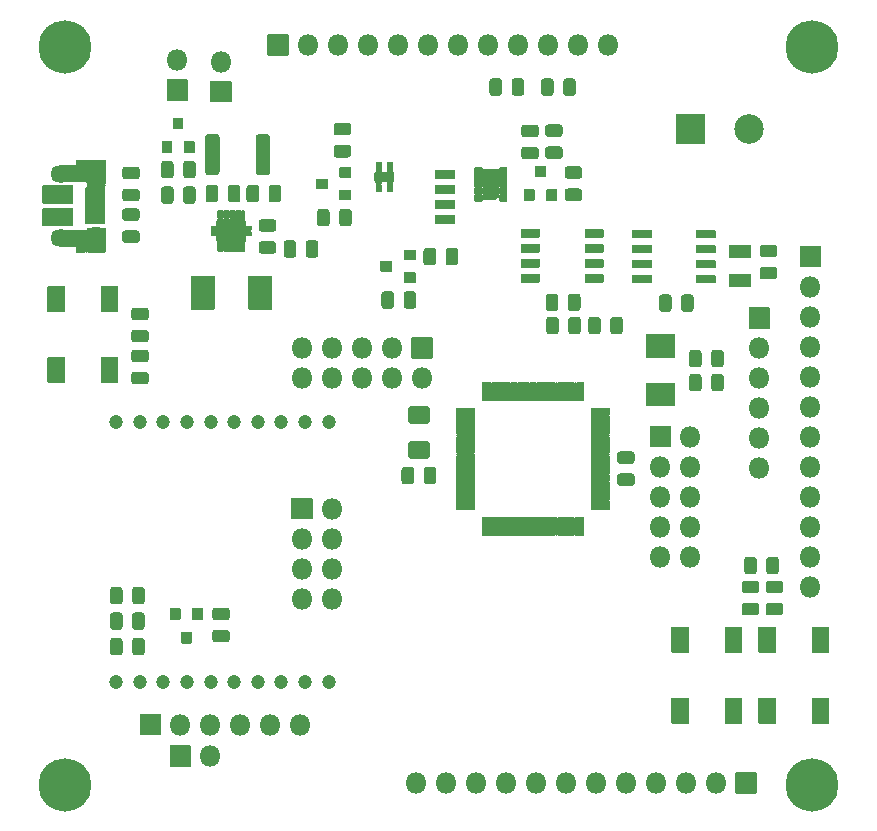
<source format=gts>
G04 #@! TF.GenerationSoftware,KiCad,Pcbnew,(5.1.9)-1*
G04 #@! TF.CreationDate,2021-03-20T17:22:42+01:00*
G04 #@! TF.ProjectId,SmartSensor,536d6172-7453-4656-9e73-6f722e6b6963,rev?*
G04 #@! TF.SameCoordinates,Original*
G04 #@! TF.FileFunction,Soldermask,Top*
G04 #@! TF.FilePolarity,Negative*
%FSLAX46Y46*%
G04 Gerber Fmt 4.6, Leading zero omitted, Abs format (unit mm)*
G04 Created by KiCad (PCBNEW (5.1.9)-1) date 2021-03-20 17:22:42*
%MOMM*%
%LPD*%
G01*
G04 APERTURE LIST*
%ADD10C,2.502000*%
%ADD11O,1.602000X1.202000*%
%ADD12O,1.802000X1.452000*%
%ADD13O,1.802000X1.802000*%
%ADD14C,0.100000*%
%ADD15C,1.202000*%
%ADD16C,4.502000*%
%ADD17C,0.802000*%
G04 APERTURE END LIST*
G36*
G01*
X226795750Y-127695500D02*
X225832250Y-127695500D01*
G75*
G02*
X225563000Y-127426250I0J269250D01*
G01*
X225563000Y-126887750D01*
G75*
G02*
X225832250Y-126618500I269250J0D01*
G01*
X226795750Y-126618500D01*
G75*
G02*
X227065000Y-126887750I0J-269250D01*
G01*
X227065000Y-127426250D01*
G75*
G02*
X226795750Y-127695500I-269250J0D01*
G01*
G37*
G36*
G01*
X226795750Y-129570500D02*
X225832250Y-129570500D01*
G75*
G02*
X225563000Y-129301250I0J269250D01*
G01*
X225563000Y-128762750D01*
G75*
G02*
X225832250Y-128493500I269250J0D01*
G01*
X226795750Y-128493500D01*
G75*
G02*
X227065000Y-128762750I0J-269250D01*
G01*
X227065000Y-129301250D01*
G75*
G02*
X226795750Y-129570500I-269250J0D01*
G01*
G37*
G36*
G01*
X184754500Y-99033750D02*
X184754500Y-98070250D01*
G75*
G02*
X185023750Y-97801000I269250J0D01*
G01*
X185562250Y-97801000D01*
G75*
G02*
X185831500Y-98070250I0J-269250D01*
G01*
X185831500Y-99033750D01*
G75*
G02*
X185562250Y-99303000I-269250J0D01*
G01*
X185023750Y-99303000D01*
G75*
G02*
X184754500Y-99033750I0J269250D01*
G01*
G37*
G36*
G01*
X186629500Y-99033750D02*
X186629500Y-98070250D01*
G75*
G02*
X186898750Y-97801000I269250J0D01*
G01*
X187437250Y-97801000D01*
G75*
G02*
X187706500Y-98070250I0J-269250D01*
G01*
X187706500Y-99033750D01*
G75*
G02*
X187437250Y-99303000I-269250J0D01*
G01*
X186898750Y-99303000D01*
G75*
G02*
X186629500Y-99033750I0J269250D01*
G01*
G37*
G36*
G01*
X184561500Y-93371250D02*
X184561500Y-94334750D01*
G75*
G02*
X184292250Y-94604000I-269250J0D01*
G01*
X183753750Y-94604000D01*
G75*
G02*
X183484500Y-94334750I0J269250D01*
G01*
X183484500Y-93371250D01*
G75*
G02*
X183753750Y-93102000I269250J0D01*
G01*
X184292250Y-93102000D01*
G75*
G02*
X184561500Y-93371250I0J-269250D01*
G01*
G37*
G36*
G01*
X182686500Y-93371250D02*
X182686500Y-94334750D01*
G75*
G02*
X182417250Y-94604000I-269250J0D01*
G01*
X181878750Y-94604000D01*
G75*
G02*
X181609500Y-94334750I0J269250D01*
G01*
X181609500Y-93371250D01*
G75*
G02*
X181878750Y-93102000I269250J0D01*
G01*
X182417250Y-93102000D01*
G75*
G02*
X182686500Y-93371250I0J-269250D01*
G01*
G37*
G36*
G01*
X175447500Y-93498250D02*
X175447500Y-94461750D01*
G75*
G02*
X175178250Y-94731000I-269250J0D01*
G01*
X174639750Y-94731000D01*
G75*
G02*
X174370500Y-94461750I0J269250D01*
G01*
X174370500Y-93498250D01*
G75*
G02*
X174639750Y-93229000I269250J0D01*
G01*
X175178250Y-93229000D01*
G75*
G02*
X175447500Y-93498250I0J-269250D01*
G01*
G37*
G36*
G01*
X177322500Y-93498250D02*
X177322500Y-94461750D01*
G75*
G02*
X177053250Y-94731000I-269250J0D01*
G01*
X176514750Y-94731000D01*
G75*
G02*
X176245500Y-94461750I0J269250D01*
G01*
X176245500Y-93498250D01*
G75*
G02*
X176514750Y-93229000I269250J0D01*
G01*
X177053250Y-93229000D01*
G75*
G02*
X177322500Y-93498250I0J-269250D01*
G01*
G37*
G36*
G01*
X178150500Y-94334750D02*
X178150500Y-93371250D01*
G75*
G02*
X178419750Y-93102000I269250J0D01*
G01*
X178958250Y-93102000D01*
G75*
G02*
X179227500Y-93371250I0J-269250D01*
G01*
X179227500Y-94334750D01*
G75*
G02*
X178958250Y-94604000I-269250J0D01*
G01*
X178419750Y-94604000D01*
G75*
G02*
X178150500Y-94334750I0J269250D01*
G01*
G37*
G36*
G01*
X180025500Y-94334750D02*
X180025500Y-93371250D01*
G75*
G02*
X180294750Y-93102000I269250J0D01*
G01*
X180833250Y-93102000D01*
G75*
G02*
X181102500Y-93371250I0J-269250D01*
G01*
X181102500Y-94334750D01*
G75*
G02*
X180833250Y-94604000I-269250J0D01*
G01*
X180294750Y-94604000D01*
G75*
G02*
X180025500Y-94334750I0J269250D01*
G01*
G37*
G36*
G01*
X208126750Y-89057500D02*
X207163250Y-89057500D01*
G75*
G02*
X206894000Y-88788250I0J269250D01*
G01*
X206894000Y-88249750D01*
G75*
G02*
X207163250Y-87980500I269250J0D01*
G01*
X208126750Y-87980500D01*
G75*
G02*
X208396000Y-88249750I0J-269250D01*
G01*
X208396000Y-88788250D01*
G75*
G02*
X208126750Y-89057500I-269250J0D01*
G01*
G37*
G36*
G01*
X208126750Y-90932500D02*
X207163250Y-90932500D01*
G75*
G02*
X206894000Y-90663250I0J269250D01*
G01*
X206894000Y-90124750D01*
G75*
G02*
X207163250Y-89855500I269250J0D01*
G01*
X208126750Y-89855500D01*
G75*
G02*
X208396000Y-90124750I0J-269250D01*
G01*
X208396000Y-90663250D01*
G75*
G02*
X208126750Y-90932500I-269250J0D01*
G01*
G37*
G36*
G01*
X206094750Y-90962500D02*
X205131250Y-90962500D01*
G75*
G02*
X204862000Y-90693250I0J269250D01*
G01*
X204862000Y-90154750D01*
G75*
G02*
X205131250Y-89885500I269250J0D01*
G01*
X206094750Y-89885500D01*
G75*
G02*
X206364000Y-90154750I0J-269250D01*
G01*
X206364000Y-90693250D01*
G75*
G02*
X206094750Y-90962500I-269250J0D01*
G01*
G37*
G36*
G01*
X206094750Y-89087500D02*
X205131250Y-89087500D01*
G75*
G02*
X204862000Y-88818250I0J269250D01*
G01*
X204862000Y-88279750D01*
G75*
G02*
X205131250Y-88010500I269250J0D01*
G01*
X206094750Y-88010500D01*
G75*
G02*
X206364000Y-88279750I0J-269250D01*
G01*
X206364000Y-88818250D01*
G75*
G02*
X206094750Y-89087500I-269250J0D01*
G01*
G37*
G36*
G01*
X198470500Y-99668750D02*
X198470500Y-98705250D01*
G75*
G02*
X198739750Y-98436000I269250J0D01*
G01*
X199278250Y-98436000D01*
G75*
G02*
X199547500Y-98705250I0J-269250D01*
G01*
X199547500Y-99668750D01*
G75*
G02*
X199278250Y-99938000I-269250J0D01*
G01*
X198739750Y-99938000D01*
G75*
G02*
X198470500Y-99668750I0J269250D01*
G01*
G37*
G36*
G01*
X196595500Y-99668750D02*
X196595500Y-98705250D01*
G75*
G02*
X196864750Y-98436000I269250J0D01*
G01*
X197403250Y-98436000D01*
G75*
G02*
X197672500Y-98705250I0J-269250D01*
G01*
X197672500Y-99668750D01*
G75*
G02*
X197403250Y-99938000I-269250J0D01*
G01*
X196864750Y-99938000D01*
G75*
G02*
X196595500Y-99668750I0J269250D01*
G01*
G37*
G36*
G01*
X190219750Y-88930500D02*
X189256250Y-88930500D01*
G75*
G02*
X188987000Y-88661250I0J269250D01*
G01*
X188987000Y-88122750D01*
G75*
G02*
X189256250Y-87853500I269250J0D01*
G01*
X190219750Y-87853500D01*
G75*
G02*
X190489000Y-88122750I0J-269250D01*
G01*
X190489000Y-88661250D01*
G75*
G02*
X190219750Y-88930500I-269250J0D01*
G01*
G37*
G36*
G01*
X190219750Y-90805500D02*
X189256250Y-90805500D01*
G75*
G02*
X188987000Y-90536250I0J269250D01*
G01*
X188987000Y-89997750D01*
G75*
G02*
X189256250Y-89728500I269250J0D01*
G01*
X190219750Y-89728500D01*
G75*
G02*
X190489000Y-89997750I0J-269250D01*
G01*
X190489000Y-90536250D01*
G75*
G02*
X190219750Y-90805500I-269250J0D01*
G01*
G37*
G36*
G01*
X220949500Y-108304750D02*
X220949500Y-107341250D01*
G75*
G02*
X221218750Y-107072000I269250J0D01*
G01*
X221757250Y-107072000D01*
G75*
G02*
X222026500Y-107341250I0J-269250D01*
G01*
X222026500Y-108304750D01*
G75*
G02*
X221757250Y-108574000I-269250J0D01*
G01*
X221218750Y-108574000D01*
G75*
G02*
X220949500Y-108304750I0J269250D01*
G01*
G37*
G36*
G01*
X219074500Y-108304750D02*
X219074500Y-107341250D01*
G75*
G02*
X219343750Y-107072000I269250J0D01*
G01*
X219882250Y-107072000D01*
G75*
G02*
X220151500Y-107341250I0J-269250D01*
G01*
X220151500Y-108304750D01*
G75*
G02*
X219882250Y-108574000I-269250J0D01*
G01*
X219343750Y-108574000D01*
G75*
G02*
X219074500Y-108304750I0J269250D01*
G01*
G37*
G36*
G01*
X223743500Y-125830750D02*
X223743500Y-124867250D01*
G75*
G02*
X224012750Y-124598000I269250J0D01*
G01*
X224551250Y-124598000D01*
G75*
G02*
X224820500Y-124867250I0J-269250D01*
G01*
X224820500Y-125830750D01*
G75*
G02*
X224551250Y-126100000I-269250J0D01*
G01*
X224012750Y-126100000D01*
G75*
G02*
X223743500Y-125830750I0J269250D01*
G01*
G37*
G36*
G01*
X225618500Y-125830750D02*
X225618500Y-124867250D01*
G75*
G02*
X225887750Y-124598000I269250J0D01*
G01*
X226426250Y-124598000D01*
G75*
G02*
X226695500Y-124867250I0J-269250D01*
G01*
X226695500Y-125830750D01*
G75*
G02*
X226426250Y-126100000I-269250J0D01*
G01*
X225887750Y-126100000D01*
G75*
G02*
X225618500Y-125830750I0J269250D01*
G01*
G37*
G36*
G01*
X219074500Y-110336750D02*
X219074500Y-109373250D01*
G75*
G02*
X219343750Y-109104000I269250J0D01*
G01*
X219882250Y-109104000D01*
G75*
G02*
X220151500Y-109373250I0J-269250D01*
G01*
X220151500Y-110336750D01*
G75*
G02*
X219882250Y-110606000I-269250J0D01*
G01*
X219343750Y-110606000D01*
G75*
G02*
X219074500Y-110336750I0J269250D01*
G01*
G37*
G36*
G01*
X220949500Y-110336750D02*
X220949500Y-109373250D01*
G75*
G02*
X221218750Y-109104000I269250J0D01*
G01*
X221757250Y-109104000D01*
G75*
G02*
X222026500Y-109373250I0J-269250D01*
G01*
X222026500Y-110336750D01*
G75*
G02*
X221757250Y-110606000I-269250J0D01*
G01*
X221218750Y-110606000D01*
G75*
G02*
X220949500Y-110336750I0J269250D01*
G01*
G37*
G36*
G01*
X214222750Y-118618500D02*
X213259250Y-118618500D01*
G75*
G02*
X212990000Y-118349250I0J269250D01*
G01*
X212990000Y-117810750D01*
G75*
G02*
X213259250Y-117541500I269250J0D01*
G01*
X214222750Y-117541500D01*
G75*
G02*
X214492000Y-117810750I0J-269250D01*
G01*
X214492000Y-118349250D01*
G75*
G02*
X214222750Y-118618500I-269250J0D01*
G01*
G37*
G36*
G01*
X214222750Y-116743500D02*
X213259250Y-116743500D01*
G75*
G02*
X212990000Y-116474250I0J269250D01*
G01*
X212990000Y-115935750D01*
G75*
G02*
X213259250Y-115666500I269250J0D01*
G01*
X214222750Y-115666500D01*
G75*
G02*
X214492000Y-115935750I0J-269250D01*
G01*
X214492000Y-116474250D01*
G75*
G02*
X214222750Y-116743500I-269250J0D01*
G01*
G37*
G36*
G01*
X196614000Y-118210750D02*
X196614000Y-117247250D01*
G75*
G02*
X196883250Y-116978000I269250J0D01*
G01*
X197421750Y-116978000D01*
G75*
G02*
X197691000Y-117247250I0J-269250D01*
G01*
X197691000Y-118210750D01*
G75*
G02*
X197421750Y-118480000I-269250J0D01*
G01*
X196883250Y-118480000D01*
G75*
G02*
X196614000Y-118210750I0J269250D01*
G01*
G37*
G36*
G01*
X194739000Y-118210750D02*
X194739000Y-117247250D01*
G75*
G02*
X195008250Y-116978000I269250J0D01*
G01*
X195546750Y-116978000D01*
G75*
G02*
X195816000Y-117247250I0J-269250D01*
G01*
X195816000Y-118210750D01*
G75*
G02*
X195546750Y-118480000I-269250J0D01*
G01*
X195008250Y-118480000D01*
G75*
G02*
X194739000Y-118210750I0J269250D01*
G01*
G37*
G36*
G01*
X218409500Y-103605750D02*
X218409500Y-102642250D01*
G75*
G02*
X218678750Y-102373000I269250J0D01*
G01*
X219217250Y-102373000D01*
G75*
G02*
X219486500Y-102642250I0J-269250D01*
G01*
X219486500Y-103605750D01*
G75*
G02*
X219217250Y-103875000I-269250J0D01*
G01*
X218678750Y-103875000D01*
G75*
G02*
X218409500Y-103605750I0J269250D01*
G01*
G37*
G36*
G01*
X216534500Y-103605750D02*
X216534500Y-102642250D01*
G75*
G02*
X216803750Y-102373000I269250J0D01*
G01*
X217342250Y-102373000D01*
G75*
G02*
X217611500Y-102642250I0J-269250D01*
G01*
X217611500Y-103605750D01*
G75*
G02*
X217342250Y-103875000I-269250J0D01*
G01*
X216803750Y-103875000D01*
G75*
G02*
X216534500Y-103605750I0J269250D01*
G01*
G37*
G36*
G01*
X171927500Y-132688750D02*
X171927500Y-131725250D01*
G75*
G02*
X172196750Y-131456000I269250J0D01*
G01*
X172735250Y-131456000D01*
G75*
G02*
X173004500Y-131725250I0J-269250D01*
G01*
X173004500Y-132688750D01*
G75*
G02*
X172735250Y-132958000I-269250J0D01*
G01*
X172196750Y-132958000D01*
G75*
G02*
X171927500Y-132688750I0J269250D01*
G01*
G37*
G36*
G01*
X170052500Y-132688750D02*
X170052500Y-131725250D01*
G75*
G02*
X170321750Y-131456000I269250J0D01*
G01*
X170860250Y-131456000D01*
G75*
G02*
X171129500Y-131725250I0J-269250D01*
G01*
X171129500Y-132688750D01*
G75*
G02*
X170860250Y-132958000I-269250J0D01*
G01*
X170321750Y-132958000D01*
G75*
G02*
X170052500Y-132688750I0J269250D01*
G01*
G37*
G36*
G01*
X170052500Y-130529750D02*
X170052500Y-129566250D01*
G75*
G02*
X170321750Y-129297000I269250J0D01*
G01*
X170860250Y-129297000D01*
G75*
G02*
X171129500Y-129566250I0J-269250D01*
G01*
X171129500Y-130529750D01*
G75*
G02*
X170860250Y-130799000I-269250J0D01*
G01*
X170321750Y-130799000D01*
G75*
G02*
X170052500Y-130529750I0J269250D01*
G01*
G37*
G36*
G01*
X171927500Y-130529750D02*
X171927500Y-129566250D01*
G75*
G02*
X172196750Y-129297000I269250J0D01*
G01*
X172735250Y-129297000D01*
G75*
G02*
X173004500Y-129566250I0J-269250D01*
G01*
X173004500Y-130529750D01*
G75*
G02*
X172735250Y-130799000I-269250J0D01*
G01*
X172196750Y-130799000D01*
G75*
G02*
X171927500Y-130529750I0J269250D01*
G01*
G37*
G36*
G01*
X170052500Y-128370750D02*
X170052500Y-127407250D01*
G75*
G02*
X170321750Y-127138000I269250J0D01*
G01*
X170860250Y-127138000D01*
G75*
G02*
X171129500Y-127407250I0J-269250D01*
G01*
X171129500Y-128370750D01*
G75*
G02*
X170860250Y-128640000I-269250J0D01*
G01*
X170321750Y-128640000D01*
G75*
G02*
X170052500Y-128370750I0J269250D01*
G01*
G37*
G36*
G01*
X171927500Y-128370750D02*
X171927500Y-127407250D01*
G75*
G02*
X172196750Y-127138000I269250J0D01*
G01*
X172735250Y-127138000D01*
G75*
G02*
X173004500Y-127407250I0J-269250D01*
G01*
X173004500Y-128370750D01*
G75*
G02*
X172735250Y-128640000I-269250J0D01*
G01*
X172196750Y-128640000D01*
G75*
G02*
X171927500Y-128370750I0J269250D01*
G01*
G37*
G36*
G01*
X217951000Y-89592000D02*
X217951000Y-87192000D01*
G75*
G02*
X218002000Y-87141000I51000J0D01*
G01*
X220402000Y-87141000D01*
G75*
G02*
X220453000Y-87192000I0J-51000D01*
G01*
X220453000Y-89592000D01*
G75*
G02*
X220402000Y-89643000I-51000J0D01*
G01*
X218002000Y-89643000D01*
G75*
G02*
X217951000Y-89592000I0J51000D01*
G01*
G37*
D10*
X224202000Y-88392000D03*
G36*
G01*
X175447500Y-91339250D02*
X175447500Y-92302750D01*
G75*
G02*
X175178250Y-92572000I-269250J0D01*
G01*
X174639750Y-92572000D01*
G75*
G02*
X174370500Y-92302750I0J269250D01*
G01*
X174370500Y-91339250D01*
G75*
G02*
X174639750Y-91070000I269250J0D01*
G01*
X175178250Y-91070000D01*
G75*
G02*
X175447500Y-91339250I0J-269250D01*
G01*
G37*
G36*
G01*
X177322500Y-91339250D02*
X177322500Y-92302750D01*
G75*
G02*
X177053250Y-92572000I-269250J0D01*
G01*
X176514750Y-92572000D01*
G75*
G02*
X176245500Y-92302750I0J269250D01*
G01*
X176245500Y-91339250D01*
G75*
G02*
X176514750Y-91070000I269250J0D01*
G01*
X177053250Y-91070000D01*
G75*
G02*
X177322500Y-91339250I0J-269250D01*
G01*
G37*
G36*
G01*
X224763750Y-129570500D02*
X223800250Y-129570500D01*
G75*
G02*
X223531000Y-129301250I0J269250D01*
G01*
X223531000Y-128762750D01*
G75*
G02*
X223800250Y-128493500I269250J0D01*
G01*
X224763750Y-128493500D01*
G75*
G02*
X225033000Y-128762750I0J-269250D01*
G01*
X225033000Y-129301250D01*
G75*
G02*
X224763750Y-129570500I-269250J0D01*
G01*
G37*
G36*
G01*
X224763750Y-127695500D02*
X223800250Y-127695500D01*
G75*
G02*
X223531000Y-127426250I0J269250D01*
G01*
X223531000Y-126887750D01*
G75*
G02*
X223800250Y-126618500I269250J0D01*
G01*
X224763750Y-126618500D01*
G75*
G02*
X225033000Y-126887750I0J-269250D01*
G01*
X225033000Y-127426250D01*
G75*
G02*
X224763750Y-127695500I-269250J0D01*
G01*
G37*
G36*
G01*
X211612500Y-104547250D02*
X211612500Y-105510750D01*
G75*
G02*
X211343250Y-105780000I-269250J0D01*
G01*
X210804750Y-105780000D01*
G75*
G02*
X210535500Y-105510750I0J269250D01*
G01*
X210535500Y-104547250D01*
G75*
G02*
X210804750Y-104278000I269250J0D01*
G01*
X211343250Y-104278000D01*
G75*
G02*
X211612500Y-104547250I0J-269250D01*
G01*
G37*
G36*
G01*
X213487500Y-104547250D02*
X213487500Y-105510750D01*
G75*
G02*
X213218250Y-105780000I-269250J0D01*
G01*
X212679750Y-105780000D01*
G75*
G02*
X212410500Y-105510750I0J269250D01*
G01*
X212410500Y-104547250D01*
G75*
G02*
X212679750Y-104278000I269250J0D01*
G01*
X213218250Y-104278000D01*
G75*
G02*
X213487500Y-104547250I0J-269250D01*
G01*
G37*
G36*
G01*
X172111250Y-103504500D02*
X173074750Y-103504500D01*
G75*
G02*
X173344000Y-103773750I0J-269250D01*
G01*
X173344000Y-104312250D01*
G75*
G02*
X173074750Y-104581500I-269250J0D01*
G01*
X172111250Y-104581500D01*
G75*
G02*
X171842000Y-104312250I0J269250D01*
G01*
X171842000Y-103773750D01*
G75*
G02*
X172111250Y-103504500I269250J0D01*
G01*
G37*
G36*
G01*
X172111250Y-105379500D02*
X173074750Y-105379500D01*
G75*
G02*
X173344000Y-105648750I0J-269250D01*
G01*
X173344000Y-106187250D01*
G75*
G02*
X173074750Y-106456500I-269250J0D01*
G01*
X172111250Y-106456500D01*
G75*
G02*
X171842000Y-106187250I0J269250D01*
G01*
X171842000Y-105648750D01*
G75*
G02*
X172111250Y-105379500I269250J0D01*
G01*
G37*
G36*
G01*
X225324250Y-98170500D02*
X226287750Y-98170500D01*
G75*
G02*
X226557000Y-98439750I0J-269250D01*
G01*
X226557000Y-98978250D01*
G75*
G02*
X226287750Y-99247500I-269250J0D01*
G01*
X225324250Y-99247500D01*
G75*
G02*
X225055000Y-98978250I0J269250D01*
G01*
X225055000Y-98439750D01*
G75*
G02*
X225324250Y-98170500I269250J0D01*
G01*
G37*
G36*
G01*
X225324250Y-100045500D02*
X226287750Y-100045500D01*
G75*
G02*
X226557000Y-100314750I0J-269250D01*
G01*
X226557000Y-100853250D01*
G75*
G02*
X226287750Y-101122500I-269250J0D01*
G01*
X225324250Y-101122500D01*
G75*
G02*
X225055000Y-100853250I0J269250D01*
G01*
X225055000Y-100314750D01*
G75*
G02*
X225324250Y-100045500I269250J0D01*
G01*
G37*
G36*
G01*
X183620500Y-89072665D02*
X183620500Y-92029335D01*
G75*
G02*
X183347835Y-92302000I-272665J0D01*
G01*
X182666165Y-92302000D01*
G75*
G02*
X182393500Y-92029335I0J272665D01*
G01*
X182393500Y-89072665D01*
G75*
G02*
X182666165Y-88800000I272665J0D01*
G01*
X183347835Y-88800000D01*
G75*
G02*
X183620500Y-89072665I0J-272665D01*
G01*
G37*
G36*
G01*
X179345500Y-89072665D02*
X179345500Y-92029335D01*
G75*
G02*
X179072835Y-92302000I-272665J0D01*
G01*
X178391165Y-92302000D01*
G75*
G02*
X178118500Y-92029335I0J272665D01*
G01*
X178118500Y-89072665D01*
G75*
G02*
X178391165Y-88800000I272665J0D01*
G01*
X179072835Y-88800000D01*
G75*
G02*
X179345500Y-89072665I0J-272665D01*
G01*
G37*
G36*
G01*
X194094001Y-92857000D02*
X192493999Y-92857000D01*
G75*
G02*
X192443000Y-92806001I0J50999D01*
G01*
X192443000Y-92105999D01*
G75*
G02*
X192493999Y-92055000I50999J0D01*
G01*
X194094001Y-92055000D01*
G75*
G02*
X194145000Y-92105999I0J-50999D01*
G01*
X194145000Y-92806001D01*
G75*
G02*
X194094001Y-92857000I-50999J0D01*
G01*
G37*
G36*
G01*
X193019000Y-91857000D02*
X192619000Y-91857000D01*
G75*
G02*
X192568000Y-91806000I0J51000D01*
G01*
X192568000Y-91206000D01*
G75*
G02*
X192619000Y-91155000I51000J0D01*
G01*
X193019000Y-91155000D01*
G75*
G02*
X193070000Y-91206000I0J-51000D01*
G01*
X193070000Y-91806000D01*
G75*
G02*
X193019000Y-91857000I-51000J0D01*
G01*
G37*
G36*
G01*
X193969000Y-93757000D02*
X193569000Y-93757000D01*
G75*
G02*
X193518000Y-93706000I0J51000D01*
G01*
X193518000Y-93106000D01*
G75*
G02*
X193569000Y-93055000I51000J0D01*
G01*
X193969000Y-93055000D01*
G75*
G02*
X194020000Y-93106000I0J-51000D01*
G01*
X194020000Y-93706000D01*
G75*
G02*
X193969000Y-93757000I-51000J0D01*
G01*
G37*
G36*
G01*
X193019000Y-93757000D02*
X192619000Y-93757000D01*
G75*
G02*
X192568000Y-93706000I0J51000D01*
G01*
X192568000Y-93106000D01*
G75*
G02*
X192619000Y-93055000I51000J0D01*
G01*
X193019000Y-93055000D01*
G75*
G02*
X193070000Y-93106000I0J-51000D01*
G01*
X193070000Y-93706000D01*
G75*
G02*
X193019000Y-93757000I-51000J0D01*
G01*
G37*
G36*
G01*
X193969000Y-91857000D02*
X193569000Y-91857000D01*
G75*
G02*
X193518000Y-91806000I0J51000D01*
G01*
X193518000Y-91206000D01*
G75*
G02*
X193569000Y-91155000I51000J0D01*
G01*
X193969000Y-91155000D01*
G75*
G02*
X194020000Y-91206000I0J-51000D01*
G01*
X194020000Y-91806000D01*
G75*
G02*
X193969000Y-91857000I-51000J0D01*
G01*
G37*
G36*
G01*
X165840000Y-96914000D02*
X167840000Y-96914000D01*
G75*
G02*
X167891000Y-96965000I0J-51000D01*
G01*
X167891000Y-98315000D01*
G75*
G02*
X167840000Y-98366000I-51000J0D01*
G01*
X165840000Y-98366000D01*
G75*
G02*
X165789000Y-98315000I0J51000D01*
G01*
X165789000Y-96965000D01*
G75*
G02*
X165840000Y-96914000I51000J0D01*
G01*
G37*
G36*
G01*
X165840000Y-91434000D02*
X167840000Y-91434000D01*
G75*
G02*
X167891000Y-91485000I0J-51000D01*
G01*
X167891000Y-92835000D01*
G75*
G02*
X167840000Y-92886000I-51000J0D01*
G01*
X165840000Y-92886000D01*
G75*
G02*
X165789000Y-92835000I0J51000D01*
G01*
X165789000Y-91485000D01*
G75*
G02*
X165840000Y-91434000I51000J0D01*
G01*
G37*
G36*
G01*
X167239999Y-90976500D02*
X167940001Y-90976500D01*
G75*
G02*
X167991000Y-91027499I0J-50999D01*
G01*
X167991000Y-92852501D01*
G75*
G02*
X167940001Y-92903500I-50999J0D01*
G01*
X167239999Y-92903500D01*
G75*
G02*
X167189000Y-92852501I0J50999D01*
G01*
X167189000Y-91027499D01*
G75*
G02*
X167239999Y-90976500I50999J0D01*
G01*
G37*
G36*
G01*
X167239999Y-96926500D02*
X167940001Y-96926500D01*
G75*
G02*
X167991000Y-96977499I0J-50999D01*
G01*
X167991000Y-98802501D01*
G75*
G02*
X167940001Y-98853500I-50999J0D01*
G01*
X167239999Y-98853500D01*
G75*
G02*
X167189000Y-98802501I0J50999D01*
G01*
X167189000Y-96977499D01*
G75*
G02*
X167239999Y-96926500I50999J0D01*
G01*
G37*
G36*
G01*
X168140000Y-90989000D02*
X169640000Y-90989000D01*
G75*
G02*
X169691000Y-91040000I0J-51000D01*
G01*
X169691000Y-93040000D01*
G75*
G02*
X169640000Y-93091000I-51000J0D01*
G01*
X168140000Y-93091000D01*
G75*
G02*
X168089000Y-93040000I0J51000D01*
G01*
X168089000Y-91040000D01*
G75*
G02*
X168140000Y-90989000I51000J0D01*
G01*
G37*
G36*
G01*
X168160000Y-96739000D02*
X169660000Y-96739000D01*
G75*
G02*
X169711000Y-96790000I0J-51000D01*
G01*
X169711000Y-98790000D01*
G75*
G02*
X169660000Y-98841000I-51000J0D01*
G01*
X168160000Y-98841000D01*
G75*
G02*
X168109000Y-98790000I0J51000D01*
G01*
X168109000Y-96790000D01*
G75*
G02*
X168160000Y-96739000I51000J0D01*
G01*
G37*
G36*
G01*
X167914000Y-93790000D02*
X167914000Y-93390000D01*
G75*
G02*
X167965000Y-93339000I51000J0D01*
G01*
X169615000Y-93339000D01*
G75*
G02*
X169666000Y-93390000I0J-51000D01*
G01*
X169666000Y-93790000D01*
G75*
G02*
X169615000Y-93841000I-51000J0D01*
G01*
X167965000Y-93841000D01*
G75*
G02*
X167914000Y-93790000I0J51000D01*
G01*
G37*
G36*
G01*
X167914000Y-94440000D02*
X167914000Y-94040000D01*
G75*
G02*
X167965000Y-93989000I51000J0D01*
G01*
X169615000Y-93989000D01*
G75*
G02*
X169666000Y-94040000I0J-51000D01*
G01*
X169666000Y-94440000D01*
G75*
G02*
X169615000Y-94491000I-51000J0D01*
G01*
X167965000Y-94491000D01*
G75*
G02*
X167914000Y-94440000I0J51000D01*
G01*
G37*
G36*
G01*
X167914000Y-95090000D02*
X167914000Y-94690000D01*
G75*
G02*
X167965000Y-94639000I51000J0D01*
G01*
X169615000Y-94639000D01*
G75*
G02*
X169666000Y-94690000I0J-51000D01*
G01*
X169666000Y-95090000D01*
G75*
G02*
X169615000Y-95141000I-51000J0D01*
G01*
X167965000Y-95141000D01*
G75*
G02*
X167914000Y-95090000I0J51000D01*
G01*
G37*
G36*
G01*
X167914000Y-95740000D02*
X167914000Y-95340000D01*
G75*
G02*
X167965000Y-95289000I51000J0D01*
G01*
X169615000Y-95289000D01*
G75*
G02*
X169666000Y-95340000I0J-51000D01*
G01*
X169666000Y-95740000D01*
G75*
G02*
X169615000Y-95791000I-51000J0D01*
G01*
X167965000Y-95791000D01*
G75*
G02*
X167914000Y-95740000I0J51000D01*
G01*
G37*
G36*
G01*
X167914000Y-96390000D02*
X167914000Y-95990000D01*
G75*
G02*
X167965000Y-95939000I51000J0D01*
G01*
X169615000Y-95939000D01*
G75*
G02*
X169666000Y-95990000I0J-51000D01*
G01*
X169666000Y-96390000D01*
G75*
G02*
X169615000Y-96441000I-51000J0D01*
G01*
X167965000Y-96441000D01*
G75*
G02*
X167914000Y-96390000I0J51000D01*
G01*
G37*
D11*
X168910000Y-92470000D03*
X168910000Y-97310000D03*
D12*
X165910000Y-92160000D03*
X165910000Y-97620000D03*
G36*
G01*
X164339000Y-94645000D02*
X164339000Y-93215000D01*
G75*
G02*
X164390000Y-93164000I51000J0D01*
G01*
X166890000Y-93164000D01*
G75*
G02*
X166941000Y-93215000I0J-51000D01*
G01*
X166941000Y-94645000D01*
G75*
G02*
X166890000Y-94696000I-51000J0D01*
G01*
X164390000Y-94696000D01*
G75*
G02*
X164339000Y-94645000I0J51000D01*
G01*
G37*
G36*
G01*
X164339000Y-96565000D02*
X164339000Y-95135000D01*
G75*
G02*
X164390000Y-95084000I51000J0D01*
G01*
X166890000Y-95084000D01*
G75*
G02*
X166941000Y-95135000I0J-51000D01*
G01*
X166941000Y-96565000D01*
G75*
G02*
X166890000Y-96616000I-51000J0D01*
G01*
X164390000Y-96616000D01*
G75*
G02*
X164339000Y-96565000I0J51000D01*
G01*
G37*
G36*
G01*
X174867000Y-85940000D02*
X174867000Y-84240000D01*
G75*
G02*
X174918000Y-84189000I51000J0D01*
G01*
X176618000Y-84189000D01*
G75*
G02*
X176669000Y-84240000I0J-51000D01*
G01*
X176669000Y-85940000D01*
G75*
G02*
X176618000Y-85991000I-51000J0D01*
G01*
X174918000Y-85991000D01*
G75*
G02*
X174867000Y-85940000I0J51000D01*
G01*
G37*
D13*
X175768000Y-82550000D03*
X179451000Y-82677000D03*
G36*
G01*
X178550000Y-86067000D02*
X178550000Y-84367000D01*
G75*
G02*
X178601000Y-84316000I51000J0D01*
G01*
X180301000Y-84316000D01*
G75*
G02*
X180352000Y-84367000I0J-51000D01*
G01*
X180352000Y-86067000D01*
G75*
G02*
X180301000Y-86118000I-51000J0D01*
G01*
X178601000Y-86118000D01*
G75*
G02*
X178550000Y-86067000I0J51000D01*
G01*
G37*
X225044000Y-117094000D03*
X225044000Y-114554000D03*
X225044000Y-112014000D03*
X225044000Y-109474000D03*
X225044000Y-106934000D03*
G36*
G01*
X224143000Y-105244000D02*
X224143000Y-103544000D01*
G75*
G02*
X224194000Y-103493000I51000J0D01*
G01*
X225894000Y-103493000D01*
G75*
G02*
X225945000Y-103544000I0J-51000D01*
G01*
X225945000Y-105244000D01*
G75*
G02*
X225894000Y-105295000I-51000J0D01*
G01*
X224194000Y-105295000D01*
G75*
G02*
X224143000Y-105244000I0J51000D01*
G01*
G37*
G36*
G01*
X195619000Y-106033000D02*
X197319000Y-106033000D01*
G75*
G02*
X197370000Y-106084000I0J-51000D01*
G01*
X197370000Y-107784000D01*
G75*
G02*
X197319000Y-107835000I-51000J0D01*
G01*
X195619000Y-107835000D01*
G75*
G02*
X195568000Y-107784000I0J51000D01*
G01*
X195568000Y-106084000D01*
G75*
G02*
X195619000Y-106033000I51000J0D01*
G01*
G37*
X196469000Y-109474000D03*
X193929000Y-106934000D03*
X193929000Y-109474000D03*
X191389000Y-106934000D03*
X191389000Y-109474000D03*
X188849000Y-106934000D03*
X188849000Y-109474000D03*
X186309000Y-106934000D03*
X186309000Y-109474000D03*
X219202000Y-124587000D03*
X216662000Y-124587000D03*
X219202000Y-122047000D03*
X216662000Y-122047000D03*
X219202000Y-119507000D03*
X216662000Y-119507000D03*
X219202000Y-116967000D03*
X216662000Y-116967000D03*
X219202000Y-114427000D03*
G36*
G01*
X215761000Y-115277000D02*
X215761000Y-113577000D01*
G75*
G02*
X215812000Y-113526000I51000J0D01*
G01*
X217512000Y-113526000D01*
G75*
G02*
X217563000Y-113577000I0J-51000D01*
G01*
X217563000Y-115277000D01*
G75*
G02*
X217512000Y-115328000I-51000J0D01*
G01*
X215812000Y-115328000D01*
G75*
G02*
X215761000Y-115277000I0J51000D01*
G01*
G37*
G36*
G01*
X176872000Y-142379000D02*
X175172000Y-142379000D01*
G75*
G02*
X175121000Y-142328000I0J51000D01*
G01*
X175121000Y-140628000D01*
G75*
G02*
X175172000Y-140577000I51000J0D01*
G01*
X176872000Y-140577000D01*
G75*
G02*
X176923000Y-140628000I0J-51000D01*
G01*
X176923000Y-142328000D01*
G75*
G02*
X176872000Y-142379000I-51000J0D01*
G01*
G37*
X178562000Y-141478000D03*
G36*
G01*
X174332000Y-139712000D02*
X172632000Y-139712000D01*
G75*
G02*
X172581000Y-139661000I0J51000D01*
G01*
X172581000Y-137961000D01*
G75*
G02*
X172632000Y-137910000I51000J0D01*
G01*
X174332000Y-137910000D01*
G75*
G02*
X174383000Y-137961000I0J-51000D01*
G01*
X174383000Y-139661000D01*
G75*
G02*
X174332000Y-139712000I-51000J0D01*
G01*
G37*
X176022000Y-138811000D03*
X178562000Y-138811000D03*
X181102000Y-138811000D03*
X183642000Y-138811000D03*
X186182000Y-138811000D03*
G36*
G01*
X185408000Y-121373000D02*
X185408000Y-119673000D01*
G75*
G02*
X185459000Y-119622000I51000J0D01*
G01*
X187159000Y-119622000D01*
G75*
G02*
X187210000Y-119673000I0J-51000D01*
G01*
X187210000Y-121373000D01*
G75*
G02*
X187159000Y-121424000I-51000J0D01*
G01*
X185459000Y-121424000D01*
G75*
G02*
X185408000Y-121373000I0J51000D01*
G01*
G37*
X188849000Y-120523000D03*
X186309000Y-123063000D03*
X188849000Y-123063000D03*
X186309000Y-125603000D03*
X188849000Y-125603000D03*
X186309000Y-128143000D03*
X188849000Y-128143000D03*
X212217000Y-81280000D03*
X209677000Y-81280000D03*
X207137000Y-81280000D03*
X204597000Y-81280000D03*
X202057000Y-81280000D03*
X199517000Y-81280000D03*
X196977000Y-81280000D03*
X194437000Y-81280000D03*
X191897000Y-81280000D03*
X189357000Y-81280000D03*
X186817000Y-81280000D03*
G36*
G01*
X183427000Y-80379000D02*
X185127000Y-80379000D01*
G75*
G02*
X185178000Y-80430000I0J-51000D01*
G01*
X185178000Y-82130000D01*
G75*
G02*
X185127000Y-82181000I-51000J0D01*
G01*
X183427000Y-82181000D01*
G75*
G02*
X183376000Y-82130000I0J51000D01*
G01*
X183376000Y-80430000D01*
G75*
G02*
X183427000Y-80379000I51000J0D01*
G01*
G37*
G36*
G01*
X230263000Y-98337000D02*
X230263000Y-100037000D01*
G75*
G02*
X230212000Y-100088000I-51000J0D01*
G01*
X228512000Y-100088000D01*
G75*
G02*
X228461000Y-100037000I0J51000D01*
G01*
X228461000Y-98337000D01*
G75*
G02*
X228512000Y-98286000I51000J0D01*
G01*
X230212000Y-98286000D01*
G75*
G02*
X230263000Y-98337000I0J-51000D01*
G01*
G37*
X229362000Y-101727000D03*
X229362000Y-104267000D03*
X229362000Y-106807000D03*
X229362000Y-109347000D03*
X229362000Y-111887000D03*
X229362000Y-114427000D03*
X229362000Y-116967000D03*
X229362000Y-119507000D03*
X229362000Y-122047000D03*
X229362000Y-124587000D03*
X229362000Y-127127000D03*
G36*
G01*
X224751000Y-144665000D02*
X223051000Y-144665000D01*
G75*
G02*
X223000000Y-144614000I0J51000D01*
G01*
X223000000Y-142914000D01*
G75*
G02*
X223051000Y-142863000I51000J0D01*
G01*
X224751000Y-142863000D01*
G75*
G02*
X224802000Y-142914000I0J-51000D01*
G01*
X224802000Y-144614000D01*
G75*
G02*
X224751000Y-144665000I-51000J0D01*
G01*
G37*
X221361000Y-143764000D03*
X218821000Y-143764000D03*
X216281000Y-143764000D03*
X213741000Y-143764000D03*
X211201000Y-143764000D03*
X208661000Y-143764000D03*
X206121000Y-143764000D03*
X203581000Y-143764000D03*
X201041000Y-143764000D03*
X198501000Y-143764000D03*
X195961000Y-143764000D03*
G36*
G01*
X183782500Y-100840000D02*
X183782500Y-103630000D01*
G75*
G02*
X183731500Y-103681000I-51000J0D01*
G01*
X181828500Y-103681000D01*
G75*
G02*
X181777500Y-103630000I0J51000D01*
G01*
X181777500Y-100840000D01*
G75*
G02*
X181828500Y-100789000I51000J0D01*
G01*
X183731500Y-100789000D01*
G75*
G02*
X183782500Y-100840000I0J-51000D01*
G01*
G37*
G36*
G01*
X178929500Y-100840000D02*
X178929500Y-103630000D01*
G75*
G02*
X178878500Y-103681000I-51000J0D01*
G01*
X176975500Y-103681000D01*
G75*
G02*
X176924500Y-103630000I0J51000D01*
G01*
X176924500Y-100840000D01*
G75*
G02*
X176975500Y-100789000I51000J0D01*
G01*
X178878500Y-100789000D01*
G75*
G02*
X178929500Y-100840000I0J-51000D01*
G01*
G37*
G36*
G01*
X195556894Y-111831500D02*
X196873106Y-111831500D01*
G75*
G02*
X197141000Y-112099394I0J-267894D01*
G01*
X197141000Y-113090606D01*
G75*
G02*
X196873106Y-113358500I-267894J0D01*
G01*
X195556894Y-113358500D01*
G75*
G02*
X195289000Y-113090606I0J267894D01*
G01*
X195289000Y-112099394D01*
G75*
G02*
X195556894Y-111831500I267894J0D01*
G01*
G37*
G36*
G01*
X195556894Y-114806500D02*
X196873106Y-114806500D01*
G75*
G02*
X197141000Y-115074394I0J-267894D01*
G01*
X197141000Y-116065606D01*
G75*
G02*
X196873106Y-116333500I-267894J0D01*
G01*
X195556894Y-116333500D01*
G75*
G02*
X195289000Y-116065606I0J267894D01*
G01*
X195289000Y-115074394D01*
G75*
G02*
X195556894Y-114806500I267894J0D01*
G01*
G37*
G36*
G01*
X176229000Y-88417000D02*
X175429000Y-88417000D01*
G75*
G02*
X175378000Y-88366000I0J51000D01*
G01*
X175378000Y-87466000D01*
G75*
G02*
X175429000Y-87415000I51000J0D01*
G01*
X176229000Y-87415000D01*
G75*
G02*
X176280000Y-87466000I0J-51000D01*
G01*
X176280000Y-88366000D01*
G75*
G02*
X176229000Y-88417000I-51000J0D01*
G01*
G37*
G36*
G01*
X177179000Y-90417000D02*
X176379000Y-90417000D01*
G75*
G02*
X176328000Y-90366000I0J51000D01*
G01*
X176328000Y-89466000D01*
G75*
G02*
X176379000Y-89415000I51000J0D01*
G01*
X177179000Y-89415000D01*
G75*
G02*
X177230000Y-89466000I0J-51000D01*
G01*
X177230000Y-90366000D01*
G75*
G02*
X177179000Y-90417000I-51000J0D01*
G01*
G37*
G36*
G01*
X175279000Y-90417000D02*
X174479000Y-90417000D01*
G75*
G02*
X174428000Y-90366000I0J51000D01*
G01*
X174428000Y-89466000D01*
G75*
G02*
X174479000Y-89415000I51000J0D01*
G01*
X175279000Y-89415000D01*
G75*
G02*
X175330000Y-89466000I0J-51000D01*
G01*
X175330000Y-90366000D01*
G75*
G02*
X175279000Y-90417000I-51000J0D01*
G01*
G37*
G36*
G01*
X206902000Y-92481000D02*
X206102000Y-92481000D01*
G75*
G02*
X206051000Y-92430000I0J51000D01*
G01*
X206051000Y-91530000D01*
G75*
G02*
X206102000Y-91479000I51000J0D01*
G01*
X206902000Y-91479000D01*
G75*
G02*
X206953000Y-91530000I0J-51000D01*
G01*
X206953000Y-92430000D01*
G75*
G02*
X206902000Y-92481000I-51000J0D01*
G01*
G37*
G36*
G01*
X207852000Y-94481000D02*
X207052000Y-94481000D01*
G75*
G02*
X207001000Y-94430000I0J51000D01*
G01*
X207001000Y-93530000D01*
G75*
G02*
X207052000Y-93479000I51000J0D01*
G01*
X207852000Y-93479000D01*
G75*
G02*
X207903000Y-93530000I0J-51000D01*
G01*
X207903000Y-94430000D01*
G75*
G02*
X207852000Y-94481000I-51000J0D01*
G01*
G37*
G36*
G01*
X205952000Y-94481000D02*
X205152000Y-94481000D01*
G75*
G02*
X205101000Y-94430000I0J51000D01*
G01*
X205101000Y-93530000D01*
G75*
G02*
X205152000Y-93479000I51000J0D01*
G01*
X205952000Y-93479000D01*
G75*
G02*
X206003000Y-93530000I0J-51000D01*
G01*
X206003000Y-94430000D01*
G75*
G02*
X205952000Y-94481000I-51000J0D01*
G01*
G37*
G36*
G01*
X195954000Y-100560000D02*
X195954000Y-101360000D01*
G75*
G02*
X195903000Y-101411000I-51000J0D01*
G01*
X195003000Y-101411000D01*
G75*
G02*
X194952000Y-101360000I0J51000D01*
G01*
X194952000Y-100560000D01*
G75*
G02*
X195003000Y-100509000I51000J0D01*
G01*
X195903000Y-100509000D01*
G75*
G02*
X195954000Y-100560000I0J-51000D01*
G01*
G37*
G36*
G01*
X195954000Y-98660000D02*
X195954000Y-99460000D01*
G75*
G02*
X195903000Y-99511000I-51000J0D01*
G01*
X195003000Y-99511000D01*
G75*
G02*
X194952000Y-99460000I0J51000D01*
G01*
X194952000Y-98660000D01*
G75*
G02*
X195003000Y-98609000I51000J0D01*
G01*
X195903000Y-98609000D01*
G75*
G02*
X195954000Y-98660000I0J-51000D01*
G01*
G37*
G36*
G01*
X193954000Y-99610000D02*
X193954000Y-100410000D01*
G75*
G02*
X193903000Y-100461000I-51000J0D01*
G01*
X193003000Y-100461000D01*
G75*
G02*
X192952000Y-100410000I0J51000D01*
G01*
X192952000Y-99610000D01*
G75*
G02*
X193003000Y-99559000I51000J0D01*
G01*
X193903000Y-99559000D01*
G75*
G02*
X193954000Y-99610000I0J-51000D01*
G01*
G37*
G36*
G01*
X190493000Y-93575000D02*
X190493000Y-94375000D01*
G75*
G02*
X190442000Y-94426000I-51000J0D01*
G01*
X189542000Y-94426000D01*
G75*
G02*
X189491000Y-94375000I0J51000D01*
G01*
X189491000Y-93575000D01*
G75*
G02*
X189542000Y-93524000I51000J0D01*
G01*
X190442000Y-93524000D01*
G75*
G02*
X190493000Y-93575000I0J-51000D01*
G01*
G37*
G36*
G01*
X190493000Y-91675000D02*
X190493000Y-92475000D01*
G75*
G02*
X190442000Y-92526000I-51000J0D01*
G01*
X189542000Y-92526000D01*
G75*
G02*
X189491000Y-92475000I0J51000D01*
G01*
X189491000Y-91675000D01*
G75*
G02*
X189542000Y-91624000I51000J0D01*
G01*
X190442000Y-91624000D01*
G75*
G02*
X190493000Y-91675000I0J-51000D01*
G01*
G37*
G36*
G01*
X188493000Y-92625000D02*
X188493000Y-93425000D01*
G75*
G02*
X188442000Y-93476000I-51000J0D01*
G01*
X187542000Y-93476000D01*
G75*
G02*
X187491000Y-93425000I0J51000D01*
G01*
X187491000Y-92625000D01*
G75*
G02*
X187542000Y-92574000I51000J0D01*
G01*
X188442000Y-92574000D01*
G75*
G02*
X188493000Y-92625000I0J-51000D01*
G01*
G37*
G36*
G01*
X177080000Y-128944000D02*
X177880000Y-128944000D01*
G75*
G02*
X177931000Y-128995000I0J-51000D01*
G01*
X177931000Y-129895000D01*
G75*
G02*
X177880000Y-129946000I-51000J0D01*
G01*
X177080000Y-129946000D01*
G75*
G02*
X177029000Y-129895000I0J51000D01*
G01*
X177029000Y-128995000D01*
G75*
G02*
X177080000Y-128944000I51000J0D01*
G01*
G37*
G36*
G01*
X175180000Y-128944000D02*
X175980000Y-128944000D01*
G75*
G02*
X176031000Y-128995000I0J-51000D01*
G01*
X176031000Y-129895000D01*
G75*
G02*
X175980000Y-129946000I-51000J0D01*
G01*
X175180000Y-129946000D01*
G75*
G02*
X175129000Y-129895000I0J51000D01*
G01*
X175129000Y-128995000D01*
G75*
G02*
X175180000Y-128944000I51000J0D01*
G01*
G37*
G36*
G01*
X176130000Y-130944000D02*
X176930000Y-130944000D01*
G75*
G02*
X176981000Y-130995000I0J-51000D01*
G01*
X176981000Y-131895000D01*
G75*
G02*
X176930000Y-131946000I-51000J0D01*
G01*
X176130000Y-131946000D01*
G75*
G02*
X176079000Y-131895000I0J51000D01*
G01*
X176079000Y-130995000D01*
G75*
G02*
X176130000Y-130944000I51000J0D01*
G01*
G37*
G36*
G01*
X172312750Y-92643500D02*
X171349250Y-92643500D01*
G75*
G02*
X171080000Y-92374250I0J269250D01*
G01*
X171080000Y-91835750D01*
G75*
G02*
X171349250Y-91566500I269250J0D01*
G01*
X172312750Y-91566500D01*
G75*
G02*
X172582000Y-91835750I0J-269250D01*
G01*
X172582000Y-92374250D01*
G75*
G02*
X172312750Y-92643500I-269250J0D01*
G01*
G37*
G36*
G01*
X172312750Y-94518500D02*
X171349250Y-94518500D01*
G75*
G02*
X171080000Y-94249250I0J269250D01*
G01*
X171080000Y-93710750D01*
G75*
G02*
X171349250Y-93441500I269250J0D01*
G01*
X172312750Y-93441500D01*
G75*
G02*
X172582000Y-93710750I0J-269250D01*
G01*
X172582000Y-94249250D01*
G75*
G02*
X172312750Y-94518500I-269250J0D01*
G01*
G37*
G36*
G01*
X172312750Y-98044500D02*
X171349250Y-98044500D01*
G75*
G02*
X171080000Y-97775250I0J269250D01*
G01*
X171080000Y-97236750D01*
G75*
G02*
X171349250Y-96967500I269250J0D01*
G01*
X172312750Y-96967500D01*
G75*
G02*
X172582000Y-97236750I0J-269250D01*
G01*
X172582000Y-97775250D01*
G75*
G02*
X172312750Y-98044500I-269250J0D01*
G01*
G37*
G36*
G01*
X172312750Y-96169500D02*
X171349250Y-96169500D01*
G75*
G02*
X171080000Y-95900250I0J269250D01*
G01*
X171080000Y-95361750D01*
G75*
G02*
X171349250Y-95092500I269250J0D01*
G01*
X172312750Y-95092500D01*
G75*
G02*
X172582000Y-95361750I0J-269250D01*
G01*
X172582000Y-95900250D01*
G75*
G02*
X172312750Y-96169500I-269250J0D01*
G01*
G37*
G36*
G01*
X182906250Y-97886500D02*
X183869750Y-97886500D01*
G75*
G02*
X184139000Y-98155750I0J-269250D01*
G01*
X184139000Y-98694250D01*
G75*
G02*
X183869750Y-98963500I-269250J0D01*
G01*
X182906250Y-98963500D01*
G75*
G02*
X182637000Y-98694250I0J269250D01*
G01*
X182637000Y-98155750D01*
G75*
G02*
X182906250Y-97886500I269250J0D01*
G01*
G37*
G36*
G01*
X182906250Y-96011500D02*
X183869750Y-96011500D01*
G75*
G02*
X184139000Y-96280750I0J-269250D01*
G01*
X184139000Y-96819250D01*
G75*
G02*
X183869750Y-97088500I-269250J0D01*
G01*
X182906250Y-97088500D01*
G75*
G02*
X182637000Y-96819250I0J269250D01*
G01*
X182637000Y-96280750D01*
G75*
G02*
X182906250Y-96011500I269250J0D01*
G01*
G37*
G36*
G01*
X208814250Y-93411500D02*
X209777750Y-93411500D01*
G75*
G02*
X210047000Y-93680750I0J-269250D01*
G01*
X210047000Y-94219250D01*
G75*
G02*
X209777750Y-94488500I-269250J0D01*
G01*
X208814250Y-94488500D01*
G75*
G02*
X208545000Y-94219250I0J269250D01*
G01*
X208545000Y-93680750D01*
G75*
G02*
X208814250Y-93411500I269250J0D01*
G01*
G37*
G36*
G01*
X208814250Y-91536500D02*
X209777750Y-91536500D01*
G75*
G02*
X210047000Y-91805750I0J-269250D01*
G01*
X210047000Y-92344250D01*
G75*
G02*
X209777750Y-92613500I-269250J0D01*
G01*
X208814250Y-92613500D01*
G75*
G02*
X208545000Y-92344250I0J269250D01*
G01*
X208545000Y-91805750D01*
G75*
G02*
X208814250Y-91536500I269250J0D01*
G01*
G37*
G36*
G01*
X195991500Y-102388250D02*
X195991500Y-103351750D01*
G75*
G02*
X195722250Y-103621000I-269250J0D01*
G01*
X195183750Y-103621000D01*
G75*
G02*
X194914500Y-103351750I0J269250D01*
G01*
X194914500Y-102388250D01*
G75*
G02*
X195183750Y-102119000I269250J0D01*
G01*
X195722250Y-102119000D01*
G75*
G02*
X195991500Y-102388250I0J-269250D01*
G01*
G37*
G36*
G01*
X194116500Y-102388250D02*
X194116500Y-103351750D01*
G75*
G02*
X193847250Y-103621000I-269250J0D01*
G01*
X193308750Y-103621000D01*
G75*
G02*
X193039500Y-103351750I0J269250D01*
G01*
X193039500Y-102388250D01*
G75*
G02*
X193308750Y-102119000I269250J0D01*
G01*
X193847250Y-102119000D01*
G75*
G02*
X194116500Y-102388250I0J-269250D01*
G01*
G37*
G36*
G01*
X190530500Y-95403250D02*
X190530500Y-96366750D01*
G75*
G02*
X190261250Y-96636000I-269250J0D01*
G01*
X189722750Y-96636000D01*
G75*
G02*
X189453500Y-96366750I0J269250D01*
G01*
X189453500Y-95403250D01*
G75*
G02*
X189722750Y-95134000I269250J0D01*
G01*
X190261250Y-95134000D01*
G75*
G02*
X190530500Y-95403250I0J-269250D01*
G01*
G37*
G36*
G01*
X188655500Y-95403250D02*
X188655500Y-96366750D01*
G75*
G02*
X188386250Y-96636000I-269250J0D01*
G01*
X187847750Y-96636000D01*
G75*
G02*
X187578500Y-96366750I0J269250D01*
G01*
X187578500Y-95403250D01*
G75*
G02*
X187847750Y-95134000I269250J0D01*
G01*
X188386250Y-95134000D01*
G75*
G02*
X188655500Y-95403250I0J-269250D01*
G01*
G37*
G36*
G01*
X202183500Y-85317750D02*
X202183500Y-84354250D01*
G75*
G02*
X202452750Y-84085000I269250J0D01*
G01*
X202991250Y-84085000D01*
G75*
G02*
X203260500Y-84354250I0J-269250D01*
G01*
X203260500Y-85317750D01*
G75*
G02*
X202991250Y-85587000I-269250J0D01*
G01*
X202452750Y-85587000D01*
G75*
G02*
X202183500Y-85317750I0J269250D01*
G01*
G37*
G36*
G01*
X204058500Y-85317750D02*
X204058500Y-84354250D01*
G75*
G02*
X204327750Y-84085000I269250J0D01*
G01*
X204866250Y-84085000D01*
G75*
G02*
X205135500Y-84354250I0J-269250D01*
G01*
X205135500Y-85317750D01*
G75*
G02*
X204866250Y-85587000I-269250J0D01*
G01*
X204327750Y-85587000D01*
G75*
G02*
X204058500Y-85317750I0J269250D01*
G01*
G37*
G36*
G01*
X208056500Y-104547250D02*
X208056500Y-105510750D01*
G75*
G02*
X207787250Y-105780000I-269250J0D01*
G01*
X207248750Y-105780000D01*
G75*
G02*
X206979500Y-105510750I0J269250D01*
G01*
X206979500Y-104547250D01*
G75*
G02*
X207248750Y-104278000I269250J0D01*
G01*
X207787250Y-104278000D01*
G75*
G02*
X208056500Y-104547250I0J-269250D01*
G01*
G37*
G36*
G01*
X209931500Y-104547250D02*
X209931500Y-105510750D01*
G75*
G02*
X209662250Y-105780000I-269250J0D01*
G01*
X209123750Y-105780000D01*
G75*
G02*
X208854500Y-105510750I0J269250D01*
G01*
X208854500Y-104547250D01*
G75*
G02*
X209123750Y-104278000I269250J0D01*
G01*
X209662250Y-104278000D01*
G75*
G02*
X209931500Y-104547250I0J-269250D01*
G01*
G37*
G36*
G01*
X207627000Y-84354250D02*
X207627000Y-85317750D01*
G75*
G02*
X207357750Y-85587000I-269250J0D01*
G01*
X206819250Y-85587000D01*
G75*
G02*
X206550000Y-85317750I0J269250D01*
G01*
X206550000Y-84354250D01*
G75*
G02*
X206819250Y-84085000I269250J0D01*
G01*
X207357750Y-84085000D01*
G75*
G02*
X207627000Y-84354250I0J-269250D01*
G01*
G37*
G36*
G01*
X209502000Y-84354250D02*
X209502000Y-85317750D01*
G75*
G02*
X209232750Y-85587000I-269250J0D01*
G01*
X208694250Y-85587000D01*
G75*
G02*
X208425000Y-85317750I0J269250D01*
G01*
X208425000Y-84354250D01*
G75*
G02*
X208694250Y-84085000I269250J0D01*
G01*
X209232750Y-84085000D01*
G75*
G02*
X209502000Y-84354250I0J-269250D01*
G01*
G37*
G36*
G01*
X178969250Y-128904500D02*
X179932750Y-128904500D01*
G75*
G02*
X180202000Y-129173750I0J-269250D01*
G01*
X180202000Y-129712250D01*
G75*
G02*
X179932750Y-129981500I-269250J0D01*
G01*
X178969250Y-129981500D01*
G75*
G02*
X178700000Y-129712250I0J269250D01*
G01*
X178700000Y-129173750D01*
G75*
G02*
X178969250Y-128904500I269250J0D01*
G01*
G37*
G36*
G01*
X178969250Y-130779500D02*
X179932750Y-130779500D01*
G75*
G02*
X180202000Y-131048750I0J-269250D01*
G01*
X180202000Y-131587250D01*
G75*
G02*
X179932750Y-131856500I-269250J0D01*
G01*
X178969250Y-131856500D01*
G75*
G02*
X178700000Y-131587250I0J269250D01*
G01*
X178700000Y-131048750D01*
G75*
G02*
X178969250Y-130779500I269250J0D01*
G01*
G37*
G36*
G01*
X172111250Y-107060500D02*
X173074750Y-107060500D01*
G75*
G02*
X173344000Y-107329750I0J-269250D01*
G01*
X173344000Y-107868250D01*
G75*
G02*
X173074750Y-108137500I-269250J0D01*
G01*
X172111250Y-108137500D01*
G75*
G02*
X171842000Y-107868250I0J269250D01*
G01*
X171842000Y-107329750D01*
G75*
G02*
X172111250Y-107060500I269250J0D01*
G01*
G37*
G36*
G01*
X172111250Y-108935500D02*
X173074750Y-108935500D01*
G75*
G02*
X173344000Y-109204750I0J-269250D01*
G01*
X173344000Y-109743250D01*
G75*
G02*
X173074750Y-110012500I-269250J0D01*
G01*
X172111250Y-110012500D01*
G75*
G02*
X171842000Y-109743250I0J269250D01*
G01*
X171842000Y-109204750D01*
G75*
G02*
X172111250Y-108935500I269250J0D01*
G01*
G37*
G36*
G01*
X179444000Y-98782000D02*
X179204000Y-98782000D01*
G75*
G02*
X179153000Y-98731000I0J51000D01*
G01*
X179153000Y-98131000D01*
G75*
G02*
X179204000Y-98080000I51000J0D01*
G01*
X179444000Y-98080000D01*
G75*
G02*
X179495000Y-98131000I0J-51000D01*
G01*
X179495000Y-98731000D01*
G75*
G02*
X179444000Y-98782000I-51000J0D01*
G01*
G37*
G36*
G01*
X179944000Y-98782000D02*
X179704000Y-98782000D01*
G75*
G02*
X179653000Y-98731000I0J51000D01*
G01*
X179653000Y-98131000D01*
G75*
G02*
X179704000Y-98080000I51000J0D01*
G01*
X179944000Y-98080000D01*
G75*
G02*
X179995000Y-98131000I0J-51000D01*
G01*
X179995000Y-98731000D01*
G75*
G02*
X179944000Y-98782000I-51000J0D01*
G01*
G37*
G36*
G01*
X180444000Y-98782000D02*
X180204000Y-98782000D01*
G75*
G02*
X180153000Y-98731000I0J51000D01*
G01*
X180153000Y-98131000D01*
G75*
G02*
X180204000Y-98080000I51000J0D01*
G01*
X180444000Y-98080000D01*
G75*
G02*
X180495000Y-98131000I0J-51000D01*
G01*
X180495000Y-98731000D01*
G75*
G02*
X180444000Y-98782000I-51000J0D01*
G01*
G37*
G36*
G01*
X180944000Y-98782000D02*
X180704000Y-98782000D01*
G75*
G02*
X180653000Y-98731000I0J51000D01*
G01*
X180653000Y-98131000D01*
G75*
G02*
X180704000Y-98080000I51000J0D01*
G01*
X180944000Y-98080000D01*
G75*
G02*
X180995000Y-98131000I0J-51000D01*
G01*
X180995000Y-98731000D01*
G75*
G02*
X180944000Y-98782000I-51000J0D01*
G01*
G37*
G36*
G01*
X181444000Y-98782000D02*
X181204000Y-98782000D01*
G75*
G02*
X181153000Y-98731000I0J51000D01*
G01*
X181153000Y-98131000D01*
G75*
G02*
X181204000Y-98080000I51000J0D01*
G01*
X181444000Y-98080000D01*
G75*
G02*
X181495000Y-98131000I0J-51000D01*
G01*
X181495000Y-98731000D01*
G75*
G02*
X181444000Y-98782000I-51000J0D01*
G01*
G37*
G36*
G01*
X181444000Y-95982000D02*
X181204000Y-95982000D01*
G75*
G02*
X181153000Y-95931000I0J51000D01*
G01*
X181153000Y-95331000D01*
G75*
G02*
X181204000Y-95280000I51000J0D01*
G01*
X181444000Y-95280000D01*
G75*
G02*
X181495000Y-95331000I0J-51000D01*
G01*
X181495000Y-95931000D01*
G75*
G02*
X181444000Y-95982000I-51000J0D01*
G01*
G37*
G36*
G01*
X180944000Y-95982000D02*
X180704000Y-95982000D01*
G75*
G02*
X180653000Y-95931000I0J51000D01*
G01*
X180653000Y-95331000D01*
G75*
G02*
X180704000Y-95280000I51000J0D01*
G01*
X180944000Y-95280000D01*
G75*
G02*
X180995000Y-95331000I0J-51000D01*
G01*
X180995000Y-95931000D01*
G75*
G02*
X180944000Y-95982000I-51000J0D01*
G01*
G37*
G36*
G01*
X180444000Y-95982000D02*
X180204000Y-95982000D01*
G75*
G02*
X180153000Y-95931000I0J51000D01*
G01*
X180153000Y-95331000D01*
G75*
G02*
X180204000Y-95280000I51000J0D01*
G01*
X180444000Y-95280000D01*
G75*
G02*
X180495000Y-95331000I0J-51000D01*
G01*
X180495000Y-95931000D01*
G75*
G02*
X180444000Y-95982000I-51000J0D01*
G01*
G37*
G36*
G01*
X179944000Y-95982000D02*
X179704000Y-95982000D01*
G75*
G02*
X179653000Y-95931000I0J51000D01*
G01*
X179653000Y-95331000D01*
G75*
G02*
X179704000Y-95280000I51000J0D01*
G01*
X179944000Y-95280000D01*
G75*
G02*
X179995000Y-95331000I0J-51000D01*
G01*
X179995000Y-95931000D01*
G75*
G02*
X179944000Y-95982000I-51000J0D01*
G01*
G37*
G36*
G01*
X179444000Y-95982000D02*
X179204000Y-95982000D01*
G75*
G02*
X179153000Y-95931000I0J51000D01*
G01*
X179153000Y-95331000D01*
G75*
G02*
X179204000Y-95280000I51000J0D01*
G01*
X179444000Y-95280000D01*
G75*
G02*
X179495000Y-95331000I0J-51000D01*
G01*
X179495000Y-95931000D01*
G75*
G02*
X179444000Y-95982000I-51000J0D01*
G01*
G37*
D14*
G36*
X178573980Y-97146050D02*
G01*
X178576882Y-97136483D01*
X178581595Y-97127666D01*
X178587938Y-97119938D01*
X178595666Y-97113595D01*
X178604483Y-97108882D01*
X178614050Y-97105980D01*
X178624000Y-97105000D01*
X179073000Y-97105000D01*
X179073000Y-96957000D01*
X178624000Y-96957000D01*
X178614050Y-96956020D01*
X178604483Y-96953118D01*
X178595666Y-96948405D01*
X178587938Y-96942062D01*
X178581595Y-96934334D01*
X178576882Y-96925517D01*
X178573980Y-96915950D01*
X178573000Y-96906000D01*
X178573000Y-96656000D01*
X178573980Y-96646050D01*
X178576882Y-96636483D01*
X178581595Y-96627666D01*
X178587938Y-96619938D01*
X178595666Y-96613595D01*
X178604483Y-96608882D01*
X178614050Y-96605980D01*
X178624000Y-96605000D01*
X179073000Y-96605000D01*
X179073000Y-96206000D01*
X179073980Y-96196050D01*
X179076882Y-96186483D01*
X179081595Y-96177666D01*
X179087938Y-96169938D01*
X179095666Y-96163595D01*
X179104483Y-96158882D01*
X179114050Y-96155980D01*
X179124000Y-96155000D01*
X181524000Y-96155000D01*
X181533950Y-96155980D01*
X181543517Y-96158882D01*
X181552334Y-96163595D01*
X181560062Y-96169938D01*
X181566405Y-96177666D01*
X181571118Y-96186483D01*
X181574020Y-96196050D01*
X181575000Y-96206000D01*
X181575000Y-96605000D01*
X182024000Y-96605000D01*
X182033950Y-96605980D01*
X182043517Y-96608882D01*
X182052334Y-96613595D01*
X182060062Y-96619938D01*
X182066405Y-96627666D01*
X182071118Y-96636483D01*
X182074020Y-96646050D01*
X182075000Y-96656000D01*
X182075000Y-96906000D01*
X182074020Y-96915950D01*
X182071118Y-96925517D01*
X182066405Y-96934334D01*
X182060062Y-96942062D01*
X182052334Y-96948405D01*
X182043517Y-96953118D01*
X182033950Y-96956020D01*
X182024000Y-96957000D01*
X181575000Y-96957000D01*
X181575000Y-97105000D01*
X182024000Y-97105000D01*
X182033950Y-97105980D01*
X182043517Y-97108882D01*
X182052334Y-97113595D01*
X182060062Y-97119938D01*
X182066405Y-97127666D01*
X182071118Y-97136483D01*
X182074020Y-97146050D01*
X182075000Y-97156000D01*
X182075000Y-97406000D01*
X182074020Y-97415950D01*
X182071118Y-97425517D01*
X182066405Y-97434334D01*
X182060062Y-97442062D01*
X182052334Y-97448405D01*
X182043517Y-97453118D01*
X182033950Y-97456020D01*
X182024000Y-97457000D01*
X181575000Y-97457000D01*
X181575000Y-97856000D01*
X181574020Y-97865950D01*
X181571118Y-97875517D01*
X181566405Y-97884334D01*
X181560062Y-97892062D01*
X181552334Y-97898405D01*
X181543517Y-97903118D01*
X181533950Y-97906020D01*
X181524000Y-97907000D01*
X179124000Y-97907000D01*
X179114050Y-97906020D01*
X179104483Y-97903118D01*
X179095666Y-97898405D01*
X179087938Y-97892062D01*
X179081595Y-97884334D01*
X179076882Y-97875517D01*
X179073980Y-97865950D01*
X179073000Y-97856000D01*
X179073000Y-97457000D01*
X178624000Y-97457000D01*
X178614050Y-97456020D01*
X178604483Y-97453118D01*
X178595666Y-97448405D01*
X178587938Y-97442062D01*
X178581595Y-97434334D01*
X178576882Y-97425517D01*
X178573980Y-97415950D01*
X178573000Y-97406000D01*
X178573000Y-97156000D01*
X178573980Y-97146050D01*
G37*
G36*
X203084125Y-93990000D02*
G01*
X202682125Y-94392000D01*
X201939875Y-94392000D01*
X201537875Y-93990000D01*
X203084125Y-93990000D01*
G37*
G36*
G01*
X202712000Y-94041000D02*
X202712000Y-94341000D01*
G75*
G02*
X202661000Y-94392000I-51000J0D01*
G01*
X201661000Y-94392000D01*
G75*
G02*
X201610000Y-94341000I0J51000D01*
G01*
X201610000Y-94041000D01*
G75*
G02*
X201661000Y-93990000I51000J0D01*
G01*
X202661000Y-93990000D01*
G75*
G02*
X202712000Y-94041000I0J-51000D01*
G01*
G37*
G36*
G01*
X203012000Y-91841000D02*
X203012000Y-94041000D01*
G75*
G02*
X202961000Y-94092000I-51000J0D01*
G01*
X201661000Y-94092000D01*
G75*
G02*
X201610000Y-94041000I0J51000D01*
G01*
X201610000Y-91841000D01*
G75*
G02*
X201661000Y-91790000I51000J0D01*
G01*
X202961000Y-91790000D01*
G75*
G02*
X203012000Y-91841000I0J-51000D01*
G01*
G37*
G36*
G01*
X201612000Y-91691000D02*
X201612000Y-92091000D01*
G75*
G02*
X201561000Y-92142000I-51000J0D01*
G01*
X200961000Y-92142000D01*
G75*
G02*
X200910000Y-92091000I0J51000D01*
G01*
X200910000Y-91691000D01*
G75*
G02*
X200961000Y-91640000I51000J0D01*
G01*
X201561000Y-91640000D01*
G75*
G02*
X201612000Y-91691000I0J-51000D01*
G01*
G37*
G36*
G01*
X201612000Y-92291000D02*
X201612000Y-92691000D01*
G75*
G02*
X201561000Y-92742000I-51000J0D01*
G01*
X200961000Y-92742000D01*
G75*
G02*
X200910000Y-92691000I0J51000D01*
G01*
X200910000Y-92291000D01*
G75*
G02*
X200961000Y-92240000I51000J0D01*
G01*
X201561000Y-92240000D01*
G75*
G02*
X201612000Y-92291000I0J-51000D01*
G01*
G37*
G36*
G01*
X201612000Y-94091000D02*
X201612000Y-94491000D01*
G75*
G02*
X201561000Y-94542000I-51000J0D01*
G01*
X200961000Y-94542000D01*
G75*
G02*
X200910000Y-94491000I0J51000D01*
G01*
X200910000Y-94091000D01*
G75*
G02*
X200961000Y-94040000I51000J0D01*
G01*
X201561000Y-94040000D01*
G75*
G02*
X201612000Y-94091000I0J-51000D01*
G01*
G37*
G36*
G01*
X201612000Y-93491000D02*
X201612000Y-93891000D01*
G75*
G02*
X201561000Y-93942000I-51000J0D01*
G01*
X200961000Y-93942000D01*
G75*
G02*
X200910000Y-93891000I0J51000D01*
G01*
X200910000Y-93491000D01*
G75*
G02*
X200961000Y-93440000I51000J0D01*
G01*
X201561000Y-93440000D01*
G75*
G02*
X201612000Y-93491000I0J-51000D01*
G01*
G37*
G36*
G01*
X203712000Y-91691000D02*
X203712000Y-92091000D01*
G75*
G02*
X203661000Y-92142000I-51000J0D01*
G01*
X203061000Y-92142000D01*
G75*
G02*
X203010000Y-92091000I0J51000D01*
G01*
X203010000Y-91691000D01*
G75*
G02*
X203061000Y-91640000I51000J0D01*
G01*
X203661000Y-91640000D01*
G75*
G02*
X203712000Y-91691000I0J-51000D01*
G01*
G37*
G36*
G01*
X203712000Y-94091000D02*
X203712000Y-94491000D01*
G75*
G02*
X203661000Y-94542000I-51000J0D01*
G01*
X203061000Y-94542000D01*
G75*
G02*
X203010000Y-94491000I0J51000D01*
G01*
X203010000Y-94091000D01*
G75*
G02*
X203061000Y-94040000I51000J0D01*
G01*
X203661000Y-94040000D01*
G75*
G02*
X203712000Y-94091000I0J-51000D01*
G01*
G37*
G36*
G01*
X203712000Y-93491000D02*
X203712000Y-93891000D01*
G75*
G02*
X203661000Y-93942000I-51000J0D01*
G01*
X203061000Y-93942000D01*
G75*
G02*
X203010000Y-93891000I0J51000D01*
G01*
X203010000Y-93491000D01*
G75*
G02*
X203061000Y-93440000I51000J0D01*
G01*
X203661000Y-93440000D01*
G75*
G02*
X203712000Y-93491000I0J-51000D01*
G01*
G37*
G36*
G01*
X203712000Y-92891000D02*
X203712000Y-93291000D01*
G75*
G02*
X203661000Y-93342000I-51000J0D01*
G01*
X203061000Y-93342000D01*
G75*
G02*
X203010000Y-93291000I0J51000D01*
G01*
X203010000Y-92891000D01*
G75*
G02*
X203061000Y-92840000I51000J0D01*
G01*
X203661000Y-92840000D01*
G75*
G02*
X203712000Y-92891000I0J-51000D01*
G01*
G37*
G36*
G01*
X203712000Y-92291000D02*
X203712000Y-92691000D01*
G75*
G02*
X203661000Y-92742000I-51000J0D01*
G01*
X203061000Y-92742000D01*
G75*
G02*
X203010000Y-92691000I0J51000D01*
G01*
X203010000Y-92291000D01*
G75*
G02*
X203061000Y-92240000I51000J0D01*
G01*
X203661000Y-92240000D01*
G75*
G02*
X203712000Y-92291000I0J-51000D01*
G01*
G37*
G36*
G01*
X201612000Y-92891000D02*
X201612000Y-93291000D01*
G75*
G02*
X201561000Y-93342000I-51000J0D01*
G01*
X200961000Y-93342000D01*
G75*
G02*
X200910000Y-93291000I0J51000D01*
G01*
X200910000Y-92891000D01*
G75*
G02*
X200961000Y-92840000I51000J0D01*
G01*
X201561000Y-92840000D01*
G75*
G02*
X201612000Y-92891000I0J-51000D01*
G01*
G37*
G36*
G01*
X221331000Y-100792000D02*
X221331000Y-101392000D01*
G75*
G02*
X221280000Y-101443000I-51000J0D01*
G01*
X219730000Y-101443000D01*
G75*
G02*
X219679000Y-101392000I0J51000D01*
G01*
X219679000Y-100792000D01*
G75*
G02*
X219730000Y-100741000I51000J0D01*
G01*
X221280000Y-100741000D01*
G75*
G02*
X221331000Y-100792000I0J-51000D01*
G01*
G37*
G36*
G01*
X221331000Y-99522000D02*
X221331000Y-100122000D01*
G75*
G02*
X221280000Y-100173000I-51000J0D01*
G01*
X219730000Y-100173000D01*
G75*
G02*
X219679000Y-100122000I0J51000D01*
G01*
X219679000Y-99522000D01*
G75*
G02*
X219730000Y-99471000I51000J0D01*
G01*
X221280000Y-99471000D01*
G75*
G02*
X221331000Y-99522000I0J-51000D01*
G01*
G37*
G36*
G01*
X221331000Y-98252000D02*
X221331000Y-98852000D01*
G75*
G02*
X221280000Y-98903000I-51000J0D01*
G01*
X219730000Y-98903000D01*
G75*
G02*
X219679000Y-98852000I0J51000D01*
G01*
X219679000Y-98252000D01*
G75*
G02*
X219730000Y-98201000I51000J0D01*
G01*
X221280000Y-98201000D01*
G75*
G02*
X221331000Y-98252000I0J-51000D01*
G01*
G37*
G36*
G01*
X221331000Y-96982000D02*
X221331000Y-97582000D01*
G75*
G02*
X221280000Y-97633000I-51000J0D01*
G01*
X219730000Y-97633000D01*
G75*
G02*
X219679000Y-97582000I0J51000D01*
G01*
X219679000Y-96982000D01*
G75*
G02*
X219730000Y-96931000I51000J0D01*
G01*
X221280000Y-96931000D01*
G75*
G02*
X221331000Y-96982000I0J-51000D01*
G01*
G37*
G36*
G01*
X215931000Y-96982000D02*
X215931000Y-97582000D01*
G75*
G02*
X215880000Y-97633000I-51000J0D01*
G01*
X214330000Y-97633000D01*
G75*
G02*
X214279000Y-97582000I0J51000D01*
G01*
X214279000Y-96982000D01*
G75*
G02*
X214330000Y-96931000I51000J0D01*
G01*
X215880000Y-96931000D01*
G75*
G02*
X215931000Y-96982000I0J-51000D01*
G01*
G37*
G36*
G01*
X215931000Y-98252000D02*
X215931000Y-98852000D01*
G75*
G02*
X215880000Y-98903000I-51000J0D01*
G01*
X214330000Y-98903000D01*
G75*
G02*
X214279000Y-98852000I0J51000D01*
G01*
X214279000Y-98252000D01*
G75*
G02*
X214330000Y-98201000I51000J0D01*
G01*
X215880000Y-98201000D01*
G75*
G02*
X215931000Y-98252000I0J-51000D01*
G01*
G37*
G36*
G01*
X215931000Y-99522000D02*
X215931000Y-100122000D01*
G75*
G02*
X215880000Y-100173000I-51000J0D01*
G01*
X214330000Y-100173000D01*
G75*
G02*
X214279000Y-100122000I0J51000D01*
G01*
X214279000Y-99522000D01*
G75*
G02*
X214330000Y-99471000I51000J0D01*
G01*
X215880000Y-99471000D01*
G75*
G02*
X215931000Y-99522000I0J-51000D01*
G01*
G37*
G36*
G01*
X215931000Y-100792000D02*
X215931000Y-101392000D01*
G75*
G02*
X215880000Y-101443000I-51000J0D01*
G01*
X214330000Y-101443000D01*
G75*
G02*
X214279000Y-101392000I0J51000D01*
G01*
X214279000Y-100792000D01*
G75*
G02*
X214330000Y-100741000I51000J0D01*
G01*
X215880000Y-100741000D01*
G75*
G02*
X215931000Y-100792000I0J-51000D01*
G01*
G37*
G36*
G01*
X212368000Y-120057000D02*
X212368000Y-120607000D01*
G75*
G02*
X212317000Y-120658000I-51000J0D01*
G01*
X210817000Y-120658000D01*
G75*
G02*
X210766000Y-120607000I0J51000D01*
G01*
X210766000Y-120057000D01*
G75*
G02*
X210817000Y-120006000I51000J0D01*
G01*
X212317000Y-120006000D01*
G75*
G02*
X212368000Y-120057000I0J-51000D01*
G01*
G37*
G36*
G01*
X212368000Y-119257000D02*
X212368000Y-119807000D01*
G75*
G02*
X212317000Y-119858000I-51000J0D01*
G01*
X210817000Y-119858000D01*
G75*
G02*
X210766000Y-119807000I0J51000D01*
G01*
X210766000Y-119257000D01*
G75*
G02*
X210817000Y-119206000I51000J0D01*
G01*
X212317000Y-119206000D01*
G75*
G02*
X212368000Y-119257000I0J-51000D01*
G01*
G37*
G36*
G01*
X212368000Y-118457000D02*
X212368000Y-119007000D01*
G75*
G02*
X212317000Y-119058000I-51000J0D01*
G01*
X210817000Y-119058000D01*
G75*
G02*
X210766000Y-119007000I0J51000D01*
G01*
X210766000Y-118457000D01*
G75*
G02*
X210817000Y-118406000I51000J0D01*
G01*
X212317000Y-118406000D01*
G75*
G02*
X212368000Y-118457000I0J-51000D01*
G01*
G37*
G36*
G01*
X212368000Y-117657000D02*
X212368000Y-118207000D01*
G75*
G02*
X212317000Y-118258000I-51000J0D01*
G01*
X210817000Y-118258000D01*
G75*
G02*
X210766000Y-118207000I0J51000D01*
G01*
X210766000Y-117657000D01*
G75*
G02*
X210817000Y-117606000I51000J0D01*
G01*
X212317000Y-117606000D01*
G75*
G02*
X212368000Y-117657000I0J-51000D01*
G01*
G37*
G36*
G01*
X212368000Y-116857000D02*
X212368000Y-117407000D01*
G75*
G02*
X212317000Y-117458000I-51000J0D01*
G01*
X210817000Y-117458000D01*
G75*
G02*
X210766000Y-117407000I0J51000D01*
G01*
X210766000Y-116857000D01*
G75*
G02*
X210817000Y-116806000I51000J0D01*
G01*
X212317000Y-116806000D01*
G75*
G02*
X212368000Y-116857000I0J-51000D01*
G01*
G37*
G36*
G01*
X212368000Y-116057000D02*
X212368000Y-116607000D01*
G75*
G02*
X212317000Y-116658000I-51000J0D01*
G01*
X210817000Y-116658000D01*
G75*
G02*
X210766000Y-116607000I0J51000D01*
G01*
X210766000Y-116057000D01*
G75*
G02*
X210817000Y-116006000I51000J0D01*
G01*
X212317000Y-116006000D01*
G75*
G02*
X212368000Y-116057000I0J-51000D01*
G01*
G37*
G36*
G01*
X212368000Y-115257000D02*
X212368000Y-115807000D01*
G75*
G02*
X212317000Y-115858000I-51000J0D01*
G01*
X210817000Y-115858000D01*
G75*
G02*
X210766000Y-115807000I0J51000D01*
G01*
X210766000Y-115257000D01*
G75*
G02*
X210817000Y-115206000I51000J0D01*
G01*
X212317000Y-115206000D01*
G75*
G02*
X212368000Y-115257000I0J-51000D01*
G01*
G37*
G36*
G01*
X212368000Y-114457000D02*
X212368000Y-115007000D01*
G75*
G02*
X212317000Y-115058000I-51000J0D01*
G01*
X210817000Y-115058000D01*
G75*
G02*
X210766000Y-115007000I0J51000D01*
G01*
X210766000Y-114457000D01*
G75*
G02*
X210817000Y-114406000I51000J0D01*
G01*
X212317000Y-114406000D01*
G75*
G02*
X212368000Y-114457000I0J-51000D01*
G01*
G37*
G36*
G01*
X212368000Y-113657000D02*
X212368000Y-114207000D01*
G75*
G02*
X212317000Y-114258000I-51000J0D01*
G01*
X210817000Y-114258000D01*
G75*
G02*
X210766000Y-114207000I0J51000D01*
G01*
X210766000Y-113657000D01*
G75*
G02*
X210817000Y-113606000I51000J0D01*
G01*
X212317000Y-113606000D01*
G75*
G02*
X212368000Y-113657000I0J-51000D01*
G01*
G37*
G36*
G01*
X212368000Y-112857000D02*
X212368000Y-113407000D01*
G75*
G02*
X212317000Y-113458000I-51000J0D01*
G01*
X210817000Y-113458000D01*
G75*
G02*
X210766000Y-113407000I0J51000D01*
G01*
X210766000Y-112857000D01*
G75*
G02*
X210817000Y-112806000I51000J0D01*
G01*
X212317000Y-112806000D01*
G75*
G02*
X212368000Y-112857000I0J-51000D01*
G01*
G37*
G36*
G01*
X212368000Y-112057000D02*
X212368000Y-112607000D01*
G75*
G02*
X212317000Y-112658000I-51000J0D01*
G01*
X210817000Y-112658000D01*
G75*
G02*
X210766000Y-112607000I0J51000D01*
G01*
X210766000Y-112057000D01*
G75*
G02*
X210817000Y-112006000I51000J0D01*
G01*
X212317000Y-112006000D01*
G75*
G02*
X212368000Y-112057000I0J-51000D01*
G01*
G37*
G36*
G01*
X209592000Y-109831000D02*
X210142000Y-109831000D01*
G75*
G02*
X210193000Y-109882000I0J-51000D01*
G01*
X210193000Y-111382000D01*
G75*
G02*
X210142000Y-111433000I-51000J0D01*
G01*
X209592000Y-111433000D01*
G75*
G02*
X209541000Y-111382000I0J51000D01*
G01*
X209541000Y-109882000D01*
G75*
G02*
X209592000Y-109831000I51000J0D01*
G01*
G37*
G36*
G01*
X208792000Y-109831000D02*
X209342000Y-109831000D01*
G75*
G02*
X209393000Y-109882000I0J-51000D01*
G01*
X209393000Y-111382000D01*
G75*
G02*
X209342000Y-111433000I-51000J0D01*
G01*
X208792000Y-111433000D01*
G75*
G02*
X208741000Y-111382000I0J51000D01*
G01*
X208741000Y-109882000D01*
G75*
G02*
X208792000Y-109831000I51000J0D01*
G01*
G37*
G36*
G01*
X207992000Y-109831000D02*
X208542000Y-109831000D01*
G75*
G02*
X208593000Y-109882000I0J-51000D01*
G01*
X208593000Y-111382000D01*
G75*
G02*
X208542000Y-111433000I-51000J0D01*
G01*
X207992000Y-111433000D01*
G75*
G02*
X207941000Y-111382000I0J51000D01*
G01*
X207941000Y-109882000D01*
G75*
G02*
X207992000Y-109831000I51000J0D01*
G01*
G37*
G36*
G01*
X207192000Y-109831000D02*
X207742000Y-109831000D01*
G75*
G02*
X207793000Y-109882000I0J-51000D01*
G01*
X207793000Y-111382000D01*
G75*
G02*
X207742000Y-111433000I-51000J0D01*
G01*
X207192000Y-111433000D01*
G75*
G02*
X207141000Y-111382000I0J51000D01*
G01*
X207141000Y-109882000D01*
G75*
G02*
X207192000Y-109831000I51000J0D01*
G01*
G37*
G36*
G01*
X206392000Y-109831000D02*
X206942000Y-109831000D01*
G75*
G02*
X206993000Y-109882000I0J-51000D01*
G01*
X206993000Y-111382000D01*
G75*
G02*
X206942000Y-111433000I-51000J0D01*
G01*
X206392000Y-111433000D01*
G75*
G02*
X206341000Y-111382000I0J51000D01*
G01*
X206341000Y-109882000D01*
G75*
G02*
X206392000Y-109831000I51000J0D01*
G01*
G37*
G36*
G01*
X205592000Y-109831000D02*
X206142000Y-109831000D01*
G75*
G02*
X206193000Y-109882000I0J-51000D01*
G01*
X206193000Y-111382000D01*
G75*
G02*
X206142000Y-111433000I-51000J0D01*
G01*
X205592000Y-111433000D01*
G75*
G02*
X205541000Y-111382000I0J51000D01*
G01*
X205541000Y-109882000D01*
G75*
G02*
X205592000Y-109831000I51000J0D01*
G01*
G37*
G36*
G01*
X204792000Y-109831000D02*
X205342000Y-109831000D01*
G75*
G02*
X205393000Y-109882000I0J-51000D01*
G01*
X205393000Y-111382000D01*
G75*
G02*
X205342000Y-111433000I-51000J0D01*
G01*
X204792000Y-111433000D01*
G75*
G02*
X204741000Y-111382000I0J51000D01*
G01*
X204741000Y-109882000D01*
G75*
G02*
X204792000Y-109831000I51000J0D01*
G01*
G37*
G36*
G01*
X203992000Y-109831000D02*
X204542000Y-109831000D01*
G75*
G02*
X204593000Y-109882000I0J-51000D01*
G01*
X204593000Y-111382000D01*
G75*
G02*
X204542000Y-111433000I-51000J0D01*
G01*
X203992000Y-111433000D01*
G75*
G02*
X203941000Y-111382000I0J51000D01*
G01*
X203941000Y-109882000D01*
G75*
G02*
X203992000Y-109831000I51000J0D01*
G01*
G37*
G36*
G01*
X203192000Y-109831000D02*
X203742000Y-109831000D01*
G75*
G02*
X203793000Y-109882000I0J-51000D01*
G01*
X203793000Y-111382000D01*
G75*
G02*
X203742000Y-111433000I-51000J0D01*
G01*
X203192000Y-111433000D01*
G75*
G02*
X203141000Y-111382000I0J51000D01*
G01*
X203141000Y-109882000D01*
G75*
G02*
X203192000Y-109831000I51000J0D01*
G01*
G37*
G36*
G01*
X202392000Y-109831000D02*
X202942000Y-109831000D01*
G75*
G02*
X202993000Y-109882000I0J-51000D01*
G01*
X202993000Y-111382000D01*
G75*
G02*
X202942000Y-111433000I-51000J0D01*
G01*
X202392000Y-111433000D01*
G75*
G02*
X202341000Y-111382000I0J51000D01*
G01*
X202341000Y-109882000D01*
G75*
G02*
X202392000Y-109831000I51000J0D01*
G01*
G37*
G36*
G01*
X201592000Y-109831000D02*
X202142000Y-109831000D01*
G75*
G02*
X202193000Y-109882000I0J-51000D01*
G01*
X202193000Y-111382000D01*
G75*
G02*
X202142000Y-111433000I-51000J0D01*
G01*
X201592000Y-111433000D01*
G75*
G02*
X201541000Y-111382000I0J51000D01*
G01*
X201541000Y-109882000D01*
G75*
G02*
X201592000Y-109831000I51000J0D01*
G01*
G37*
G36*
G01*
X200968000Y-112057000D02*
X200968000Y-112607000D01*
G75*
G02*
X200917000Y-112658000I-51000J0D01*
G01*
X199417000Y-112658000D01*
G75*
G02*
X199366000Y-112607000I0J51000D01*
G01*
X199366000Y-112057000D01*
G75*
G02*
X199417000Y-112006000I51000J0D01*
G01*
X200917000Y-112006000D01*
G75*
G02*
X200968000Y-112057000I0J-51000D01*
G01*
G37*
G36*
G01*
X200968000Y-112857000D02*
X200968000Y-113407000D01*
G75*
G02*
X200917000Y-113458000I-51000J0D01*
G01*
X199417000Y-113458000D01*
G75*
G02*
X199366000Y-113407000I0J51000D01*
G01*
X199366000Y-112857000D01*
G75*
G02*
X199417000Y-112806000I51000J0D01*
G01*
X200917000Y-112806000D01*
G75*
G02*
X200968000Y-112857000I0J-51000D01*
G01*
G37*
G36*
G01*
X200968000Y-113657000D02*
X200968000Y-114207000D01*
G75*
G02*
X200917000Y-114258000I-51000J0D01*
G01*
X199417000Y-114258000D01*
G75*
G02*
X199366000Y-114207000I0J51000D01*
G01*
X199366000Y-113657000D01*
G75*
G02*
X199417000Y-113606000I51000J0D01*
G01*
X200917000Y-113606000D01*
G75*
G02*
X200968000Y-113657000I0J-51000D01*
G01*
G37*
G36*
G01*
X200968000Y-114457000D02*
X200968000Y-115007000D01*
G75*
G02*
X200917000Y-115058000I-51000J0D01*
G01*
X199417000Y-115058000D01*
G75*
G02*
X199366000Y-115007000I0J51000D01*
G01*
X199366000Y-114457000D01*
G75*
G02*
X199417000Y-114406000I51000J0D01*
G01*
X200917000Y-114406000D01*
G75*
G02*
X200968000Y-114457000I0J-51000D01*
G01*
G37*
G36*
G01*
X200968000Y-115257000D02*
X200968000Y-115807000D01*
G75*
G02*
X200917000Y-115858000I-51000J0D01*
G01*
X199417000Y-115858000D01*
G75*
G02*
X199366000Y-115807000I0J51000D01*
G01*
X199366000Y-115257000D01*
G75*
G02*
X199417000Y-115206000I51000J0D01*
G01*
X200917000Y-115206000D01*
G75*
G02*
X200968000Y-115257000I0J-51000D01*
G01*
G37*
G36*
G01*
X200968000Y-116057000D02*
X200968000Y-116607000D01*
G75*
G02*
X200917000Y-116658000I-51000J0D01*
G01*
X199417000Y-116658000D01*
G75*
G02*
X199366000Y-116607000I0J51000D01*
G01*
X199366000Y-116057000D01*
G75*
G02*
X199417000Y-116006000I51000J0D01*
G01*
X200917000Y-116006000D01*
G75*
G02*
X200968000Y-116057000I0J-51000D01*
G01*
G37*
G36*
G01*
X200968000Y-116857000D02*
X200968000Y-117407000D01*
G75*
G02*
X200917000Y-117458000I-51000J0D01*
G01*
X199417000Y-117458000D01*
G75*
G02*
X199366000Y-117407000I0J51000D01*
G01*
X199366000Y-116857000D01*
G75*
G02*
X199417000Y-116806000I51000J0D01*
G01*
X200917000Y-116806000D01*
G75*
G02*
X200968000Y-116857000I0J-51000D01*
G01*
G37*
G36*
G01*
X200968000Y-117657000D02*
X200968000Y-118207000D01*
G75*
G02*
X200917000Y-118258000I-51000J0D01*
G01*
X199417000Y-118258000D01*
G75*
G02*
X199366000Y-118207000I0J51000D01*
G01*
X199366000Y-117657000D01*
G75*
G02*
X199417000Y-117606000I51000J0D01*
G01*
X200917000Y-117606000D01*
G75*
G02*
X200968000Y-117657000I0J-51000D01*
G01*
G37*
G36*
G01*
X200968000Y-118457000D02*
X200968000Y-119007000D01*
G75*
G02*
X200917000Y-119058000I-51000J0D01*
G01*
X199417000Y-119058000D01*
G75*
G02*
X199366000Y-119007000I0J51000D01*
G01*
X199366000Y-118457000D01*
G75*
G02*
X199417000Y-118406000I51000J0D01*
G01*
X200917000Y-118406000D01*
G75*
G02*
X200968000Y-118457000I0J-51000D01*
G01*
G37*
G36*
G01*
X200968000Y-119257000D02*
X200968000Y-119807000D01*
G75*
G02*
X200917000Y-119858000I-51000J0D01*
G01*
X199417000Y-119858000D01*
G75*
G02*
X199366000Y-119807000I0J51000D01*
G01*
X199366000Y-119257000D01*
G75*
G02*
X199417000Y-119206000I51000J0D01*
G01*
X200917000Y-119206000D01*
G75*
G02*
X200968000Y-119257000I0J-51000D01*
G01*
G37*
G36*
G01*
X200968000Y-120057000D02*
X200968000Y-120607000D01*
G75*
G02*
X200917000Y-120658000I-51000J0D01*
G01*
X199417000Y-120658000D01*
G75*
G02*
X199366000Y-120607000I0J51000D01*
G01*
X199366000Y-120057000D01*
G75*
G02*
X199417000Y-120006000I51000J0D01*
G01*
X200917000Y-120006000D01*
G75*
G02*
X200968000Y-120057000I0J-51000D01*
G01*
G37*
G36*
G01*
X201592000Y-121231000D02*
X202142000Y-121231000D01*
G75*
G02*
X202193000Y-121282000I0J-51000D01*
G01*
X202193000Y-122782000D01*
G75*
G02*
X202142000Y-122833000I-51000J0D01*
G01*
X201592000Y-122833000D01*
G75*
G02*
X201541000Y-122782000I0J51000D01*
G01*
X201541000Y-121282000D01*
G75*
G02*
X201592000Y-121231000I51000J0D01*
G01*
G37*
G36*
G01*
X202392000Y-121231000D02*
X202942000Y-121231000D01*
G75*
G02*
X202993000Y-121282000I0J-51000D01*
G01*
X202993000Y-122782000D01*
G75*
G02*
X202942000Y-122833000I-51000J0D01*
G01*
X202392000Y-122833000D01*
G75*
G02*
X202341000Y-122782000I0J51000D01*
G01*
X202341000Y-121282000D01*
G75*
G02*
X202392000Y-121231000I51000J0D01*
G01*
G37*
G36*
G01*
X203192000Y-121231000D02*
X203742000Y-121231000D01*
G75*
G02*
X203793000Y-121282000I0J-51000D01*
G01*
X203793000Y-122782000D01*
G75*
G02*
X203742000Y-122833000I-51000J0D01*
G01*
X203192000Y-122833000D01*
G75*
G02*
X203141000Y-122782000I0J51000D01*
G01*
X203141000Y-121282000D01*
G75*
G02*
X203192000Y-121231000I51000J0D01*
G01*
G37*
G36*
G01*
X203992000Y-121231000D02*
X204542000Y-121231000D01*
G75*
G02*
X204593000Y-121282000I0J-51000D01*
G01*
X204593000Y-122782000D01*
G75*
G02*
X204542000Y-122833000I-51000J0D01*
G01*
X203992000Y-122833000D01*
G75*
G02*
X203941000Y-122782000I0J51000D01*
G01*
X203941000Y-121282000D01*
G75*
G02*
X203992000Y-121231000I51000J0D01*
G01*
G37*
G36*
G01*
X204792000Y-121231000D02*
X205342000Y-121231000D01*
G75*
G02*
X205393000Y-121282000I0J-51000D01*
G01*
X205393000Y-122782000D01*
G75*
G02*
X205342000Y-122833000I-51000J0D01*
G01*
X204792000Y-122833000D01*
G75*
G02*
X204741000Y-122782000I0J51000D01*
G01*
X204741000Y-121282000D01*
G75*
G02*
X204792000Y-121231000I51000J0D01*
G01*
G37*
G36*
G01*
X205592000Y-121231000D02*
X206142000Y-121231000D01*
G75*
G02*
X206193000Y-121282000I0J-51000D01*
G01*
X206193000Y-122782000D01*
G75*
G02*
X206142000Y-122833000I-51000J0D01*
G01*
X205592000Y-122833000D01*
G75*
G02*
X205541000Y-122782000I0J51000D01*
G01*
X205541000Y-121282000D01*
G75*
G02*
X205592000Y-121231000I51000J0D01*
G01*
G37*
G36*
G01*
X206392000Y-121231000D02*
X206942000Y-121231000D01*
G75*
G02*
X206993000Y-121282000I0J-51000D01*
G01*
X206993000Y-122782000D01*
G75*
G02*
X206942000Y-122833000I-51000J0D01*
G01*
X206392000Y-122833000D01*
G75*
G02*
X206341000Y-122782000I0J51000D01*
G01*
X206341000Y-121282000D01*
G75*
G02*
X206392000Y-121231000I51000J0D01*
G01*
G37*
G36*
G01*
X207192000Y-121231000D02*
X207742000Y-121231000D01*
G75*
G02*
X207793000Y-121282000I0J-51000D01*
G01*
X207793000Y-122782000D01*
G75*
G02*
X207742000Y-122833000I-51000J0D01*
G01*
X207192000Y-122833000D01*
G75*
G02*
X207141000Y-122782000I0J51000D01*
G01*
X207141000Y-121282000D01*
G75*
G02*
X207192000Y-121231000I51000J0D01*
G01*
G37*
G36*
G01*
X207992000Y-121231000D02*
X208542000Y-121231000D01*
G75*
G02*
X208593000Y-121282000I0J-51000D01*
G01*
X208593000Y-122782000D01*
G75*
G02*
X208542000Y-122833000I-51000J0D01*
G01*
X207992000Y-122833000D01*
G75*
G02*
X207941000Y-122782000I0J51000D01*
G01*
X207941000Y-121282000D01*
G75*
G02*
X207992000Y-121231000I51000J0D01*
G01*
G37*
G36*
G01*
X208792000Y-121231000D02*
X209342000Y-121231000D01*
G75*
G02*
X209393000Y-121282000I0J-51000D01*
G01*
X209393000Y-122782000D01*
G75*
G02*
X209342000Y-122833000I-51000J0D01*
G01*
X208792000Y-122833000D01*
G75*
G02*
X208741000Y-122782000I0J51000D01*
G01*
X208741000Y-121282000D01*
G75*
G02*
X208792000Y-121231000I51000J0D01*
G01*
G37*
G36*
G01*
X209592000Y-121231000D02*
X210142000Y-121231000D01*
G75*
G02*
X210193000Y-121282000I0J-51000D01*
G01*
X210193000Y-122782000D01*
G75*
G02*
X210142000Y-122833000I-51000J0D01*
G01*
X209592000Y-122833000D01*
G75*
G02*
X209541000Y-122782000I0J51000D01*
G01*
X209541000Y-121282000D01*
G75*
G02*
X209592000Y-121231000I51000J0D01*
G01*
G37*
G36*
G01*
X224293000Y-101770000D02*
X222493000Y-101770000D01*
G75*
G02*
X222442000Y-101719000I0J51000D01*
G01*
X222442000Y-100719000D01*
G75*
G02*
X222493000Y-100668000I51000J0D01*
G01*
X224293000Y-100668000D01*
G75*
G02*
X224344000Y-100719000I0J-51000D01*
G01*
X224344000Y-101719000D01*
G75*
G02*
X224293000Y-101770000I-51000J0D01*
G01*
G37*
G36*
G01*
X224293000Y-99270000D02*
X222493000Y-99270000D01*
G75*
G02*
X222442000Y-99219000I0J51000D01*
G01*
X222442000Y-98219000D01*
G75*
G02*
X222493000Y-98168000I51000J0D01*
G01*
X224293000Y-98168000D01*
G75*
G02*
X224344000Y-98219000I0J-51000D01*
G01*
X224344000Y-99219000D01*
G75*
G02*
X224293000Y-99270000I-51000J0D01*
G01*
G37*
G36*
G01*
X206946000Y-103542250D02*
X206946000Y-102578750D01*
G75*
G02*
X207215250Y-102309500I269250J0D01*
G01*
X207753750Y-102309500D01*
G75*
G02*
X208023000Y-102578750I0J-269250D01*
G01*
X208023000Y-103542250D01*
G75*
G02*
X207753750Y-103811500I-269250J0D01*
G01*
X207215250Y-103811500D01*
G75*
G02*
X206946000Y-103542250I0J269250D01*
G01*
G37*
G36*
G01*
X208821000Y-103542250D02*
X208821000Y-102578750D01*
G75*
G02*
X209090250Y-102309500I269250J0D01*
G01*
X209628750Y-102309500D01*
G75*
G02*
X209898000Y-102578750I0J-269250D01*
G01*
X209898000Y-103542250D01*
G75*
G02*
X209628750Y-103811500I-269250J0D01*
G01*
X209090250Y-103811500D01*
G75*
G02*
X208821000Y-103542250I0J269250D01*
G01*
G37*
D15*
X170576000Y-135206000D03*
X172576000Y-135206000D03*
X174576000Y-135206000D03*
X176576000Y-135206000D03*
X178576000Y-135206000D03*
X180576000Y-135206000D03*
X182576000Y-135206000D03*
X184576000Y-135206000D03*
X186576000Y-135206000D03*
X188576000Y-135206000D03*
X188576000Y-113206000D03*
X186576000Y-113206000D03*
X184576000Y-113206000D03*
X182576000Y-113206000D03*
X180576000Y-113206000D03*
X178576000Y-113206000D03*
X176576000Y-113206000D03*
X174576000Y-113206000D03*
X172576000Y-113206000D03*
X170576000Y-113206000D03*
G36*
G01*
X210293499Y-100652500D02*
X211793501Y-100652500D01*
G75*
G02*
X211844500Y-100703499I0J-50999D01*
G01*
X211844500Y-101353501D01*
G75*
G02*
X211793501Y-101404500I-50999J0D01*
G01*
X210293499Y-101404500D01*
G75*
G02*
X210242500Y-101353501I0J50999D01*
G01*
X210242500Y-100703499D01*
G75*
G02*
X210293499Y-100652500I50999J0D01*
G01*
G37*
G36*
G01*
X210293499Y-99382500D02*
X211793501Y-99382500D01*
G75*
G02*
X211844500Y-99433499I0J-50999D01*
G01*
X211844500Y-100083501D01*
G75*
G02*
X211793501Y-100134500I-50999J0D01*
G01*
X210293499Y-100134500D01*
G75*
G02*
X210242500Y-100083501I0J50999D01*
G01*
X210242500Y-99433499D01*
G75*
G02*
X210293499Y-99382500I50999J0D01*
G01*
G37*
G36*
G01*
X210293499Y-98112500D02*
X211793501Y-98112500D01*
G75*
G02*
X211844500Y-98163499I0J-50999D01*
G01*
X211844500Y-98813501D01*
G75*
G02*
X211793501Y-98864500I-50999J0D01*
G01*
X210293499Y-98864500D01*
G75*
G02*
X210242500Y-98813501I0J50999D01*
G01*
X210242500Y-98163499D01*
G75*
G02*
X210293499Y-98112500I50999J0D01*
G01*
G37*
G36*
G01*
X210293499Y-96842500D02*
X211793501Y-96842500D01*
G75*
G02*
X211844500Y-96893499I0J-50999D01*
G01*
X211844500Y-97543501D01*
G75*
G02*
X211793501Y-97594500I-50999J0D01*
G01*
X210293499Y-97594500D01*
G75*
G02*
X210242500Y-97543501I0J50999D01*
G01*
X210242500Y-96893499D01*
G75*
G02*
X210293499Y-96842500I50999J0D01*
G01*
G37*
G36*
G01*
X204893499Y-96842500D02*
X206393501Y-96842500D01*
G75*
G02*
X206444500Y-96893499I0J-50999D01*
G01*
X206444500Y-97543501D01*
G75*
G02*
X206393501Y-97594500I-50999J0D01*
G01*
X204893499Y-97594500D01*
G75*
G02*
X204842500Y-97543501I0J50999D01*
G01*
X204842500Y-96893499D01*
G75*
G02*
X204893499Y-96842500I50999J0D01*
G01*
G37*
G36*
G01*
X204893499Y-98112500D02*
X206393501Y-98112500D01*
G75*
G02*
X206444500Y-98163499I0J-50999D01*
G01*
X206444500Y-98813501D01*
G75*
G02*
X206393501Y-98864500I-50999J0D01*
G01*
X204893499Y-98864500D01*
G75*
G02*
X204842500Y-98813501I0J50999D01*
G01*
X204842500Y-98163499D01*
G75*
G02*
X204893499Y-98112500I50999J0D01*
G01*
G37*
G36*
G01*
X204893499Y-99382500D02*
X206393501Y-99382500D01*
G75*
G02*
X206444500Y-99433499I0J-50999D01*
G01*
X206444500Y-100083501D01*
G75*
G02*
X206393501Y-100134500I-50999J0D01*
G01*
X204893499Y-100134500D01*
G75*
G02*
X204842500Y-100083501I0J50999D01*
G01*
X204842500Y-99433499D01*
G75*
G02*
X204893499Y-99382500I50999J0D01*
G01*
G37*
G36*
G01*
X204893499Y-100652500D02*
X206393501Y-100652500D01*
G75*
G02*
X206444500Y-100703499I0J-50999D01*
G01*
X206444500Y-101353501D01*
G75*
G02*
X206393501Y-101404500I-50999J0D01*
G01*
X204893499Y-101404500D01*
G75*
G02*
X204842500Y-101353501I0J50999D01*
G01*
X204842500Y-100703499D01*
G75*
G02*
X204893499Y-100652500I50999J0D01*
G01*
G37*
G36*
G01*
X215462000Y-105770000D02*
X217862000Y-105770000D01*
G75*
G02*
X217913000Y-105821000I0J-51000D01*
G01*
X217913000Y-107721000D01*
G75*
G02*
X217862000Y-107772000I-51000J0D01*
G01*
X215462000Y-107772000D01*
G75*
G02*
X215411000Y-107721000I0J51000D01*
G01*
X215411000Y-105821000D01*
G75*
G02*
X215462000Y-105770000I51000J0D01*
G01*
G37*
G36*
G01*
X215462000Y-109870000D02*
X217862000Y-109870000D01*
G75*
G02*
X217913000Y-109921000I0J-51000D01*
G01*
X217913000Y-111821000D01*
G75*
G02*
X217862000Y-111872000I-51000J0D01*
G01*
X215462000Y-111872000D01*
G75*
G02*
X215411000Y-111821000I0J51000D01*
G01*
X215411000Y-109921000D01*
G75*
G02*
X215462000Y-109870000I51000J0D01*
G01*
G37*
D16*
X229489000Y-81407000D03*
D17*
X231139000Y-81407000D03*
X230655726Y-82573726D03*
X229489000Y-83057000D03*
X228322274Y-82573726D03*
X227839000Y-81407000D03*
X228322274Y-80240274D03*
X229489000Y-79757000D03*
X230655726Y-80240274D03*
D16*
X166243000Y-81407000D03*
D17*
X167893000Y-81407000D03*
X167409726Y-82573726D03*
X166243000Y-83057000D03*
X165076274Y-82573726D03*
X164593000Y-81407000D03*
X165076274Y-80240274D03*
X166243000Y-79757000D03*
X167409726Y-80240274D03*
D16*
X166243000Y-143891000D03*
D17*
X167893000Y-143891000D03*
X167409726Y-145057726D03*
X166243000Y-145541000D03*
X165076274Y-145057726D03*
X164593000Y-143891000D03*
X165076274Y-142724274D03*
X166243000Y-142241000D03*
X167409726Y-142724274D03*
X230655726Y-142724274D03*
X229489000Y-142241000D03*
X228322274Y-142724274D03*
X227839000Y-143891000D03*
X228322274Y-145057726D03*
X229489000Y-145541000D03*
X230655726Y-145057726D03*
X231139000Y-143891000D03*
D16*
X229489000Y-143891000D03*
G36*
G01*
X199193001Y-96442000D02*
X197592999Y-96442000D01*
G75*
G02*
X197542000Y-96391001I0J50999D01*
G01*
X197542000Y-95690999D01*
G75*
G02*
X197592999Y-95640000I50999J0D01*
G01*
X199193001Y-95640000D01*
G75*
G02*
X199244000Y-95690999I0J-50999D01*
G01*
X199244000Y-96391001D01*
G75*
G02*
X199193001Y-96442000I-50999J0D01*
G01*
G37*
G36*
G01*
X199193001Y-95172000D02*
X197592999Y-95172000D01*
G75*
G02*
X197542000Y-95121001I0J50999D01*
G01*
X197542000Y-94420999D01*
G75*
G02*
X197592999Y-94370000I50999J0D01*
G01*
X199193001Y-94370000D01*
G75*
G02*
X199244000Y-94420999I0J-50999D01*
G01*
X199244000Y-95121001D01*
G75*
G02*
X199193001Y-95172000I-50999J0D01*
G01*
G37*
G36*
G01*
X199193001Y-93902000D02*
X197592999Y-93902000D01*
G75*
G02*
X197542000Y-93851001I0J50999D01*
G01*
X197542000Y-93150999D01*
G75*
G02*
X197592999Y-93100000I50999J0D01*
G01*
X199193001Y-93100000D01*
G75*
G02*
X199244000Y-93150999I0J-50999D01*
G01*
X199244000Y-93851001D01*
G75*
G02*
X199193001Y-93902000I-50999J0D01*
G01*
G37*
G36*
G01*
X199193001Y-92632000D02*
X197592999Y-92632000D01*
G75*
G02*
X197542000Y-92581001I0J50999D01*
G01*
X197542000Y-91880999D01*
G75*
G02*
X197592999Y-91830000I50999J0D01*
G01*
X199193001Y-91830000D01*
G75*
G02*
X199244000Y-91880999I0J-50999D01*
G01*
X199244000Y-92581001D01*
G75*
G02*
X199193001Y-92632000I-50999J0D01*
G01*
G37*
G36*
G01*
X230966000Y-130570000D02*
X230966000Y-132670000D01*
G75*
G02*
X230915000Y-132721000I-51000J0D01*
G01*
X229515000Y-132721000D01*
G75*
G02*
X229464000Y-132670000I0J51000D01*
G01*
X229464000Y-130570000D01*
G75*
G02*
X229515000Y-130519000I51000J0D01*
G01*
X230915000Y-130519000D01*
G75*
G02*
X230966000Y-130570000I0J-51000D01*
G01*
G37*
G36*
G01*
X230966000Y-136570000D02*
X230966000Y-138670000D01*
G75*
G02*
X230915000Y-138721000I-51000J0D01*
G01*
X229515000Y-138721000D01*
G75*
G02*
X229464000Y-138670000I0J51000D01*
G01*
X229464000Y-136570000D01*
G75*
G02*
X229515000Y-136519000I51000J0D01*
G01*
X230915000Y-136519000D01*
G75*
G02*
X230966000Y-136570000I0J-51000D01*
G01*
G37*
G36*
G01*
X226466000Y-130570000D02*
X226466000Y-132670000D01*
G75*
G02*
X226415000Y-132721000I-51000J0D01*
G01*
X225015000Y-132721000D01*
G75*
G02*
X224964000Y-132670000I0J51000D01*
G01*
X224964000Y-130570000D01*
G75*
G02*
X225015000Y-130519000I51000J0D01*
G01*
X226415000Y-130519000D01*
G75*
G02*
X226466000Y-130570000I0J-51000D01*
G01*
G37*
G36*
G01*
X226466000Y-136570000D02*
X226466000Y-138670000D01*
G75*
G02*
X226415000Y-138721000I-51000J0D01*
G01*
X225015000Y-138721000D01*
G75*
G02*
X224964000Y-138670000I0J51000D01*
G01*
X224964000Y-136570000D01*
G75*
G02*
X225015000Y-136519000I51000J0D01*
G01*
X226415000Y-136519000D01*
G75*
G02*
X226466000Y-136570000I0J-51000D01*
G01*
G37*
G36*
G01*
X169266000Y-103841000D02*
X169266000Y-101741000D01*
G75*
G02*
X169317000Y-101690000I51000J0D01*
G01*
X170717000Y-101690000D01*
G75*
G02*
X170768000Y-101741000I0J-51000D01*
G01*
X170768000Y-103841000D01*
G75*
G02*
X170717000Y-103892000I-51000J0D01*
G01*
X169317000Y-103892000D01*
G75*
G02*
X169266000Y-103841000I0J51000D01*
G01*
G37*
G36*
G01*
X169266000Y-109841000D02*
X169266000Y-107741000D01*
G75*
G02*
X169317000Y-107690000I51000J0D01*
G01*
X170717000Y-107690000D01*
G75*
G02*
X170768000Y-107741000I0J-51000D01*
G01*
X170768000Y-109841000D01*
G75*
G02*
X170717000Y-109892000I-51000J0D01*
G01*
X169317000Y-109892000D01*
G75*
G02*
X169266000Y-109841000I0J51000D01*
G01*
G37*
G36*
G01*
X164766000Y-103841000D02*
X164766000Y-101741000D01*
G75*
G02*
X164817000Y-101690000I51000J0D01*
G01*
X166217000Y-101690000D01*
G75*
G02*
X166268000Y-101741000I0J-51000D01*
G01*
X166268000Y-103841000D01*
G75*
G02*
X166217000Y-103892000I-51000J0D01*
G01*
X164817000Y-103892000D01*
G75*
G02*
X164766000Y-103841000I0J51000D01*
G01*
G37*
G36*
G01*
X164766000Y-109841000D02*
X164766000Y-107741000D01*
G75*
G02*
X164817000Y-107690000I51000J0D01*
G01*
X166217000Y-107690000D01*
G75*
G02*
X166268000Y-107741000I0J-51000D01*
G01*
X166268000Y-109841000D01*
G75*
G02*
X166217000Y-109892000I-51000J0D01*
G01*
X164817000Y-109892000D01*
G75*
G02*
X164766000Y-109841000I0J51000D01*
G01*
G37*
G36*
G01*
X222098000Y-132670000D02*
X222098000Y-130570000D01*
G75*
G02*
X222149000Y-130519000I51000J0D01*
G01*
X223549000Y-130519000D01*
G75*
G02*
X223600000Y-130570000I0J-51000D01*
G01*
X223600000Y-132670000D01*
G75*
G02*
X223549000Y-132721000I-51000J0D01*
G01*
X222149000Y-132721000D01*
G75*
G02*
X222098000Y-132670000I0J51000D01*
G01*
G37*
G36*
G01*
X222098000Y-138670000D02*
X222098000Y-136570000D01*
G75*
G02*
X222149000Y-136519000I51000J0D01*
G01*
X223549000Y-136519000D01*
G75*
G02*
X223600000Y-136570000I0J-51000D01*
G01*
X223600000Y-138670000D01*
G75*
G02*
X223549000Y-138721000I-51000J0D01*
G01*
X222149000Y-138721000D01*
G75*
G02*
X222098000Y-138670000I0J51000D01*
G01*
G37*
G36*
G01*
X217598000Y-132670000D02*
X217598000Y-130570000D01*
G75*
G02*
X217649000Y-130519000I51000J0D01*
G01*
X219049000Y-130519000D01*
G75*
G02*
X219100000Y-130570000I0J-51000D01*
G01*
X219100000Y-132670000D01*
G75*
G02*
X219049000Y-132721000I-51000J0D01*
G01*
X217649000Y-132721000D01*
G75*
G02*
X217598000Y-132670000I0J51000D01*
G01*
G37*
G36*
G01*
X217598000Y-138670000D02*
X217598000Y-136570000D01*
G75*
G02*
X217649000Y-136519000I51000J0D01*
G01*
X219049000Y-136519000D01*
G75*
G02*
X219100000Y-136570000I0J-51000D01*
G01*
X219100000Y-138670000D01*
G75*
G02*
X219049000Y-138721000I-51000J0D01*
G01*
X217649000Y-138721000D01*
G75*
G02*
X217598000Y-138670000I0J51000D01*
G01*
G37*
D14*
G36*
X207942732Y-121230000D02*
G01*
X207943000Y-121231000D01*
X207943000Y-122833000D01*
X207942000Y-122834732D01*
X207941000Y-122835000D01*
X207793000Y-122835000D01*
X207791268Y-122834000D01*
X207791000Y-122833000D01*
X207791000Y-121231000D01*
X207792000Y-121229268D01*
X207793000Y-121229000D01*
X207941000Y-121229000D01*
X207942732Y-121230000D01*
G37*
G36*
X207142732Y-121230000D02*
G01*
X207143000Y-121231000D01*
X207143000Y-122833000D01*
X207142000Y-122834732D01*
X207141000Y-122835000D01*
X206993000Y-122835000D01*
X206991268Y-122834000D01*
X206991000Y-122833000D01*
X206991000Y-121231000D01*
X206992000Y-121229268D01*
X206993000Y-121229000D01*
X207141000Y-121229000D01*
X207142732Y-121230000D01*
G37*
G36*
X206342732Y-121230000D02*
G01*
X206343000Y-121231000D01*
X206343000Y-122833000D01*
X206342000Y-122834732D01*
X206341000Y-122835000D01*
X206193000Y-122835000D01*
X206191268Y-122834000D01*
X206191000Y-122833000D01*
X206191000Y-121231000D01*
X206192000Y-121229268D01*
X206193000Y-121229000D01*
X206341000Y-121229000D01*
X206342732Y-121230000D01*
G37*
G36*
X205542732Y-121230000D02*
G01*
X205543000Y-121231000D01*
X205543000Y-122833000D01*
X205542000Y-122834732D01*
X205541000Y-122835000D01*
X205393000Y-122835000D01*
X205391268Y-122834000D01*
X205391000Y-122833000D01*
X205391000Y-121231000D01*
X205392000Y-121229268D01*
X205393000Y-121229000D01*
X205541000Y-121229000D01*
X205542732Y-121230000D01*
G37*
G36*
X204742732Y-121230000D02*
G01*
X204743000Y-121231000D01*
X204743000Y-122833000D01*
X204742000Y-122834732D01*
X204741000Y-122835000D01*
X204593000Y-122835000D01*
X204591268Y-122834000D01*
X204591000Y-122833000D01*
X204591000Y-121231000D01*
X204592000Y-121229268D01*
X204593000Y-121229000D01*
X204741000Y-121229000D01*
X204742732Y-121230000D01*
G37*
G36*
X203942732Y-121230000D02*
G01*
X203943000Y-121231000D01*
X203943000Y-122833000D01*
X203942000Y-122834732D01*
X203941000Y-122835000D01*
X203793000Y-122835000D01*
X203791268Y-122834000D01*
X203791000Y-122833000D01*
X203791000Y-121231000D01*
X203792000Y-121229268D01*
X203793000Y-121229000D01*
X203941000Y-121229000D01*
X203942732Y-121230000D01*
G37*
G36*
X203142732Y-121230000D02*
G01*
X203143000Y-121231000D01*
X203143000Y-122833000D01*
X203142000Y-122834732D01*
X203141000Y-122835000D01*
X202993000Y-122835000D01*
X202991268Y-122834000D01*
X202991000Y-122833000D01*
X202991000Y-121231000D01*
X202992000Y-121229268D01*
X202993000Y-121229000D01*
X203141000Y-121229000D01*
X203142732Y-121230000D01*
G37*
G36*
X208742732Y-121230000D02*
G01*
X208743000Y-121231000D01*
X208743000Y-122833000D01*
X208742000Y-122834732D01*
X208741000Y-122835000D01*
X208593000Y-122835000D01*
X208591268Y-122834000D01*
X208591000Y-122833000D01*
X208591000Y-121231000D01*
X208592000Y-121229268D01*
X208593000Y-121229000D01*
X208741000Y-121229000D01*
X208742732Y-121230000D01*
G37*
G36*
X202342732Y-121230000D02*
G01*
X202343000Y-121231000D01*
X202343000Y-122833000D01*
X202342000Y-122834732D01*
X202341000Y-122835000D01*
X202193000Y-122835000D01*
X202191268Y-122834000D01*
X202191000Y-122833000D01*
X202191000Y-121231000D01*
X202192000Y-121229268D01*
X202193000Y-121229000D01*
X202341000Y-121229000D01*
X202342732Y-121230000D01*
G37*
G36*
X209542732Y-121230000D02*
G01*
X209543000Y-121231000D01*
X209543000Y-122833000D01*
X209542000Y-122834732D01*
X209541000Y-122835000D01*
X209393000Y-122835000D01*
X209391268Y-122834000D01*
X209391000Y-122833000D01*
X209391000Y-121231000D01*
X209392000Y-121229268D01*
X209393000Y-121229000D01*
X209541000Y-121229000D01*
X209542732Y-121230000D01*
G37*
G36*
X200969732Y-119857000D02*
G01*
X200970000Y-119858000D01*
X200970000Y-120006000D01*
X200969000Y-120007732D01*
X200968000Y-120008000D01*
X199366000Y-120008000D01*
X199364268Y-120007000D01*
X199364000Y-120006000D01*
X199364000Y-119858000D01*
X199365000Y-119856268D01*
X199366000Y-119856000D01*
X200968000Y-119856000D01*
X200969732Y-119857000D01*
G37*
G36*
X212369732Y-119857000D02*
G01*
X212370000Y-119858000D01*
X212370000Y-120006000D01*
X212369000Y-120007732D01*
X212368000Y-120008000D01*
X210766000Y-120008000D01*
X210764268Y-120007000D01*
X210764000Y-120006000D01*
X210764000Y-119858000D01*
X210765000Y-119856268D01*
X210766000Y-119856000D01*
X212368000Y-119856000D01*
X212369732Y-119857000D01*
G37*
G36*
X212369732Y-119057000D02*
G01*
X212370000Y-119058000D01*
X212370000Y-119206000D01*
X212369000Y-119207732D01*
X212368000Y-119208000D01*
X210766000Y-119208000D01*
X210764268Y-119207000D01*
X210764000Y-119206000D01*
X210764000Y-119058000D01*
X210765000Y-119056268D01*
X210766000Y-119056000D01*
X212368000Y-119056000D01*
X212369732Y-119057000D01*
G37*
G36*
X200969732Y-119057000D02*
G01*
X200970000Y-119058000D01*
X200970000Y-119206000D01*
X200969000Y-119207732D01*
X200968000Y-119208000D01*
X199366000Y-119208000D01*
X199364268Y-119207000D01*
X199364000Y-119206000D01*
X199364000Y-119058000D01*
X199365000Y-119056268D01*
X199366000Y-119056000D01*
X200968000Y-119056000D01*
X200969732Y-119057000D01*
G37*
G36*
X200969732Y-118257000D02*
G01*
X200970000Y-118258000D01*
X200970000Y-118406000D01*
X200969000Y-118407732D01*
X200968000Y-118408000D01*
X199366000Y-118408000D01*
X199364268Y-118407000D01*
X199364000Y-118406000D01*
X199364000Y-118258000D01*
X199365000Y-118256268D01*
X199366000Y-118256000D01*
X200968000Y-118256000D01*
X200969732Y-118257000D01*
G37*
G36*
X212369732Y-118257000D02*
G01*
X212370000Y-118258000D01*
X212370000Y-118406000D01*
X212369000Y-118407732D01*
X212368000Y-118408000D01*
X210766000Y-118408000D01*
X210764268Y-118407000D01*
X210764000Y-118406000D01*
X210764000Y-118258000D01*
X210765000Y-118256268D01*
X210766000Y-118256000D01*
X212368000Y-118256000D01*
X212369732Y-118257000D01*
G37*
G36*
X200969732Y-117457000D02*
G01*
X200970000Y-117458000D01*
X200970000Y-117606000D01*
X200969000Y-117607732D01*
X200968000Y-117608000D01*
X199366000Y-117608000D01*
X199364268Y-117607000D01*
X199364000Y-117606000D01*
X199364000Y-117458000D01*
X199365000Y-117456268D01*
X199366000Y-117456000D01*
X200968000Y-117456000D01*
X200969732Y-117457000D01*
G37*
G36*
X212369732Y-117457000D02*
G01*
X212370000Y-117458000D01*
X212370000Y-117606000D01*
X212369000Y-117607732D01*
X212368000Y-117608000D01*
X210766000Y-117608000D01*
X210764268Y-117607000D01*
X210764000Y-117606000D01*
X210764000Y-117458000D01*
X210765000Y-117456268D01*
X210766000Y-117456000D01*
X212368000Y-117456000D01*
X212369732Y-117457000D01*
G37*
G36*
X200969732Y-116657000D02*
G01*
X200970000Y-116658000D01*
X200970000Y-116806000D01*
X200969000Y-116807732D01*
X200968000Y-116808000D01*
X199366000Y-116808000D01*
X199364268Y-116807000D01*
X199364000Y-116806000D01*
X199364000Y-116658000D01*
X199365000Y-116656268D01*
X199366000Y-116656000D01*
X200968000Y-116656000D01*
X200969732Y-116657000D01*
G37*
G36*
X212369732Y-116657000D02*
G01*
X212370000Y-116658000D01*
X212370000Y-116806000D01*
X212369000Y-116807732D01*
X212368000Y-116808000D01*
X210766000Y-116808000D01*
X210764268Y-116807000D01*
X210764000Y-116806000D01*
X210764000Y-116658000D01*
X210765000Y-116656268D01*
X210766000Y-116656000D01*
X212368000Y-116656000D01*
X212369732Y-116657000D01*
G37*
G36*
X200969732Y-115857000D02*
G01*
X200970000Y-115858000D01*
X200970000Y-116006000D01*
X200969000Y-116007732D01*
X200968000Y-116008000D01*
X199366000Y-116008000D01*
X199364268Y-116007000D01*
X199364000Y-116006000D01*
X199364000Y-115858000D01*
X199365000Y-115856268D01*
X199366000Y-115856000D01*
X200968000Y-115856000D01*
X200969732Y-115857000D01*
G37*
G36*
X212369732Y-115857000D02*
G01*
X212370000Y-115858000D01*
X212370000Y-116006000D01*
X212369000Y-116007732D01*
X212368000Y-116008000D01*
X210766000Y-116008000D01*
X210764268Y-116007000D01*
X210764000Y-116006000D01*
X210764000Y-115858000D01*
X210765000Y-115856268D01*
X210766000Y-115856000D01*
X212368000Y-115856000D01*
X212369732Y-115857000D01*
G37*
G36*
X212369732Y-115057000D02*
G01*
X212370000Y-115058000D01*
X212370000Y-115206000D01*
X212369000Y-115207732D01*
X212368000Y-115208000D01*
X210766000Y-115208000D01*
X210764268Y-115207000D01*
X210764000Y-115206000D01*
X210764000Y-115058000D01*
X210765000Y-115056268D01*
X210766000Y-115056000D01*
X212368000Y-115056000D01*
X212369732Y-115057000D01*
G37*
G36*
X200969732Y-115057000D02*
G01*
X200970000Y-115058000D01*
X200970000Y-115206000D01*
X200969000Y-115207732D01*
X200968000Y-115208000D01*
X199366000Y-115208000D01*
X199364268Y-115207000D01*
X199364000Y-115206000D01*
X199364000Y-115058000D01*
X199365000Y-115056268D01*
X199366000Y-115056000D01*
X200968000Y-115056000D01*
X200969732Y-115057000D01*
G37*
G36*
X200969732Y-114257000D02*
G01*
X200970000Y-114258000D01*
X200970000Y-114406000D01*
X200969000Y-114407732D01*
X200968000Y-114408000D01*
X199366000Y-114408000D01*
X199364268Y-114407000D01*
X199364000Y-114406000D01*
X199364000Y-114258000D01*
X199365000Y-114256268D01*
X199366000Y-114256000D01*
X200968000Y-114256000D01*
X200969732Y-114257000D01*
G37*
G36*
X212369732Y-114257000D02*
G01*
X212370000Y-114258000D01*
X212370000Y-114406000D01*
X212369000Y-114407732D01*
X212368000Y-114408000D01*
X210766000Y-114408000D01*
X210764268Y-114407000D01*
X210764000Y-114406000D01*
X210764000Y-114258000D01*
X210765000Y-114256268D01*
X210766000Y-114256000D01*
X212368000Y-114256000D01*
X212369732Y-114257000D01*
G37*
G36*
X200969732Y-113457000D02*
G01*
X200970000Y-113458000D01*
X200970000Y-113606000D01*
X200969000Y-113607732D01*
X200968000Y-113608000D01*
X199366000Y-113608000D01*
X199364268Y-113607000D01*
X199364000Y-113606000D01*
X199364000Y-113458000D01*
X199365000Y-113456268D01*
X199366000Y-113456000D01*
X200968000Y-113456000D01*
X200969732Y-113457000D01*
G37*
G36*
X212369732Y-113457000D02*
G01*
X212370000Y-113458000D01*
X212370000Y-113606000D01*
X212369000Y-113607732D01*
X212368000Y-113608000D01*
X210766000Y-113608000D01*
X210764268Y-113607000D01*
X210764000Y-113606000D01*
X210764000Y-113458000D01*
X210765000Y-113456268D01*
X210766000Y-113456000D01*
X212368000Y-113456000D01*
X212369732Y-113457000D01*
G37*
G36*
X200969732Y-112657000D02*
G01*
X200970000Y-112658000D01*
X200970000Y-112806000D01*
X200969000Y-112807732D01*
X200968000Y-112808000D01*
X199366000Y-112808000D01*
X199364268Y-112807000D01*
X199364000Y-112806000D01*
X199364000Y-112658000D01*
X199365000Y-112656268D01*
X199366000Y-112656000D01*
X200968000Y-112656000D01*
X200969732Y-112657000D01*
G37*
G36*
X212369732Y-112657000D02*
G01*
X212370000Y-112658000D01*
X212370000Y-112806000D01*
X212369000Y-112807732D01*
X212368000Y-112808000D01*
X210766000Y-112808000D01*
X210764268Y-112807000D01*
X210764000Y-112806000D01*
X210764000Y-112658000D01*
X210765000Y-112656268D01*
X210766000Y-112656000D01*
X212368000Y-112656000D01*
X212369732Y-112657000D01*
G37*
G36*
X202342732Y-109830000D02*
G01*
X202343000Y-109831000D01*
X202343000Y-111433000D01*
X202342000Y-111434732D01*
X202341000Y-111435000D01*
X202193000Y-111435000D01*
X202191268Y-111434000D01*
X202191000Y-111433000D01*
X202191000Y-109831000D01*
X202192000Y-109829268D01*
X202193000Y-109829000D01*
X202341000Y-109829000D01*
X202342732Y-109830000D01*
G37*
G36*
X203942732Y-109830000D02*
G01*
X203943000Y-109831000D01*
X203943000Y-111433000D01*
X203942000Y-111434732D01*
X203941000Y-111435000D01*
X203793000Y-111435000D01*
X203791268Y-111434000D01*
X203791000Y-111433000D01*
X203791000Y-109831000D01*
X203792000Y-109829268D01*
X203793000Y-109829000D01*
X203941000Y-109829000D01*
X203942732Y-109830000D01*
G37*
G36*
X204742732Y-109830000D02*
G01*
X204743000Y-109831000D01*
X204743000Y-111433000D01*
X204742000Y-111434732D01*
X204741000Y-111435000D01*
X204593000Y-111435000D01*
X204591268Y-111434000D01*
X204591000Y-111433000D01*
X204591000Y-109831000D01*
X204592000Y-109829268D01*
X204593000Y-109829000D01*
X204741000Y-109829000D01*
X204742732Y-109830000D01*
G37*
G36*
X205542732Y-109830000D02*
G01*
X205543000Y-109831000D01*
X205543000Y-111433000D01*
X205542000Y-111434732D01*
X205541000Y-111435000D01*
X205393000Y-111435000D01*
X205391268Y-111434000D01*
X205391000Y-111433000D01*
X205391000Y-109831000D01*
X205392000Y-109829268D01*
X205393000Y-109829000D01*
X205541000Y-109829000D01*
X205542732Y-109830000D01*
G37*
G36*
X206342732Y-109830000D02*
G01*
X206343000Y-109831000D01*
X206343000Y-111433000D01*
X206342000Y-111434732D01*
X206341000Y-111435000D01*
X206193000Y-111435000D01*
X206191268Y-111434000D01*
X206191000Y-111433000D01*
X206191000Y-109831000D01*
X206192000Y-109829268D01*
X206193000Y-109829000D01*
X206341000Y-109829000D01*
X206342732Y-109830000D01*
G37*
G36*
X207142732Y-109830000D02*
G01*
X207143000Y-109831000D01*
X207143000Y-111433000D01*
X207142000Y-111434732D01*
X207141000Y-111435000D01*
X206993000Y-111435000D01*
X206991268Y-111434000D01*
X206991000Y-111433000D01*
X206991000Y-109831000D01*
X206992000Y-109829268D01*
X206993000Y-109829000D01*
X207141000Y-109829000D01*
X207142732Y-109830000D01*
G37*
G36*
X207942732Y-109830000D02*
G01*
X207943000Y-109831000D01*
X207943000Y-111433000D01*
X207942000Y-111434732D01*
X207941000Y-111435000D01*
X207793000Y-111435000D01*
X207791268Y-111434000D01*
X207791000Y-111433000D01*
X207791000Y-109831000D01*
X207792000Y-109829268D01*
X207793000Y-109829000D01*
X207941000Y-109829000D01*
X207942732Y-109830000D01*
G37*
G36*
X209542732Y-109830000D02*
G01*
X209543000Y-109831000D01*
X209543000Y-111433000D01*
X209542000Y-111434732D01*
X209541000Y-111435000D01*
X209393000Y-111435000D01*
X209391268Y-111434000D01*
X209391000Y-111433000D01*
X209391000Y-109831000D01*
X209392000Y-109829268D01*
X209393000Y-109829000D01*
X209541000Y-109829000D01*
X209542732Y-109830000D01*
G37*
G36*
X203142732Y-109830000D02*
G01*
X203143000Y-109831000D01*
X203143000Y-111433000D01*
X203142000Y-111434732D01*
X203141000Y-111435000D01*
X202993000Y-111435000D01*
X202991268Y-111434000D01*
X202991000Y-111433000D01*
X202991000Y-109831000D01*
X202992000Y-109829268D01*
X202993000Y-109829000D01*
X203141000Y-109829000D01*
X203142732Y-109830000D01*
G37*
G36*
X208742732Y-109830000D02*
G01*
X208743000Y-109831000D01*
X208743000Y-111433000D01*
X208742000Y-111434732D01*
X208741000Y-111435000D01*
X208593000Y-111435000D01*
X208591268Y-111434000D01*
X208591000Y-111433000D01*
X208591000Y-109831000D01*
X208592000Y-109829268D01*
X208593000Y-109829000D01*
X208741000Y-109829000D01*
X208742732Y-109830000D01*
G37*
G36*
X168110165Y-96787375D02*
G01*
X168111000Y-96789001D01*
X168111000Y-98839000D01*
X168115999Y-98839000D01*
X168117731Y-98840000D01*
X168117731Y-98842000D01*
X168116195Y-98842990D01*
X168092008Y-98845372D01*
X168068933Y-98852372D01*
X168063522Y-98855264D01*
X168062579Y-98855500D01*
X167991000Y-98855500D01*
X167989268Y-98854500D01*
X167989000Y-98853500D01*
X167989000Y-96928500D01*
X167891000Y-96928500D01*
X167889268Y-96927500D01*
X167889000Y-96926500D01*
X167889000Y-96914000D01*
X167890000Y-96912268D01*
X167891000Y-96912000D01*
X167983907Y-96912000D01*
X168007992Y-96909628D01*
X168031067Y-96902628D01*
X168052331Y-96891263D01*
X168070968Y-96875968D01*
X168086263Y-96857331D01*
X168097628Y-96836067D01*
X168104628Y-96812992D01*
X168107010Y-96788805D01*
X168108175Y-96787179D01*
X168110165Y-96787375D01*
G37*
G36*
X179099333Y-97898097D02*
G01*
X179105252Y-97901261D01*
X179114445Y-97904050D01*
X179124094Y-97905000D01*
X181523906Y-97905000D01*
X181533555Y-97904050D01*
X181542748Y-97901261D01*
X181548668Y-97898097D01*
X181550667Y-97898163D01*
X181551610Y-97899927D01*
X181550880Y-97901407D01*
X181545304Y-97905983D01*
X181545146Y-97906100D01*
X181541973Y-97908220D01*
X181524926Y-97925267D01*
X181511532Y-97945315D01*
X181502323Y-97967546D01*
X181497000Y-98003435D01*
X181497000Y-98080000D01*
X181496000Y-98081732D01*
X181495000Y-98082000D01*
X181155000Y-98082000D01*
X181155000Y-98782000D01*
X181154000Y-98783732D01*
X181153000Y-98784000D01*
X180995000Y-98784000D01*
X180993268Y-98783000D01*
X180993000Y-98782000D01*
X180993000Y-98082000D01*
X180655000Y-98082000D01*
X180655000Y-98782000D01*
X180654000Y-98783732D01*
X180653000Y-98784000D01*
X180495000Y-98784000D01*
X180493268Y-98783000D01*
X180493000Y-98782000D01*
X180493000Y-98082000D01*
X180155000Y-98082000D01*
X180155000Y-98782000D01*
X180154000Y-98783732D01*
X180153000Y-98784000D01*
X179995000Y-98784000D01*
X179993268Y-98783000D01*
X179993000Y-98782000D01*
X179993000Y-98082000D01*
X179655000Y-98082000D01*
X179655000Y-98782000D01*
X179654000Y-98783732D01*
X179653000Y-98784000D01*
X179495000Y-98784000D01*
X179493268Y-98783000D01*
X179493000Y-98782000D01*
X179493000Y-98082000D01*
X179153000Y-98082000D01*
X179151268Y-98081000D01*
X179151000Y-98080000D01*
X179151000Y-98003384D01*
X179148628Y-97979299D01*
X179141628Y-97956224D01*
X179130263Y-97934960D01*
X179114998Y-97916359D01*
X179103753Y-97908020D01*
X179102965Y-97906204D01*
X179097121Y-97901407D01*
X179096417Y-97899535D01*
X179097686Y-97897989D01*
X179099333Y-97898097D01*
G37*
G36*
X182059649Y-96943694D02*
G01*
X182059222Y-96945289D01*
X182053908Y-96951765D01*
X182053776Y-96951910D01*
X182052698Y-96952988D01*
X182039306Y-96973037D01*
X182030083Y-96995312D01*
X182025381Y-97018963D01*
X182025384Y-97043069D01*
X182030091Y-97066717D01*
X182039322Y-97088993D01*
X182052719Y-97109037D01*
X182053793Y-97110111D01*
X182053925Y-97110256D01*
X182059223Y-97116711D01*
X182059549Y-97118684D01*
X182058003Y-97119953D01*
X182056408Y-97119526D01*
X182051218Y-97115266D01*
X182042748Y-97110739D01*
X182033555Y-97107950D01*
X182023906Y-97107000D01*
X181575000Y-97107000D01*
X181573268Y-97106000D01*
X181573000Y-97105000D01*
X181573000Y-96957000D01*
X181574000Y-96955268D01*
X181575000Y-96955000D01*
X182023906Y-96955000D01*
X182033555Y-96954050D01*
X182042748Y-96951261D01*
X182051218Y-96946734D01*
X182056407Y-96942474D01*
X182058380Y-96942148D01*
X182059649Y-96943694D01*
G37*
G36*
X178591592Y-96942474D02*
G01*
X178596782Y-96946734D01*
X178605252Y-96951261D01*
X178614445Y-96954050D01*
X178624094Y-96955000D01*
X179073000Y-96955000D01*
X179074732Y-96956000D01*
X179075000Y-96957000D01*
X179075000Y-97105000D01*
X179074000Y-97106732D01*
X179073000Y-97107000D01*
X178624094Y-97107000D01*
X178614445Y-97107950D01*
X178605252Y-97110739D01*
X178596782Y-97115266D01*
X178591593Y-97119526D01*
X178589620Y-97119852D01*
X178588351Y-97118306D01*
X178588778Y-97116711D01*
X178594092Y-97110235D01*
X178594224Y-97110090D01*
X178595302Y-97109012D01*
X178608694Y-97088963D01*
X178617917Y-97066688D01*
X178622619Y-97043037D01*
X178622616Y-97018931D01*
X178617909Y-96995283D01*
X178608678Y-96973007D01*
X178595281Y-96952963D01*
X178594207Y-96951889D01*
X178594075Y-96951744D01*
X178588777Y-96945289D01*
X178588451Y-96943316D01*
X178589997Y-96942047D01*
X178591592Y-96942474D01*
G37*
G36*
X179654732Y-95279000D02*
G01*
X179655000Y-95280000D01*
X179655000Y-95980000D01*
X179993000Y-95980000D01*
X179993000Y-95280000D01*
X179994000Y-95278268D01*
X179995000Y-95278000D01*
X180153000Y-95278000D01*
X180154732Y-95279000D01*
X180155000Y-95280000D01*
X180155000Y-95980000D01*
X180493000Y-95980000D01*
X180493000Y-95280000D01*
X180494000Y-95278268D01*
X180495000Y-95278000D01*
X180653000Y-95278000D01*
X180654732Y-95279000D01*
X180655000Y-95280000D01*
X180655000Y-95980000D01*
X180993000Y-95980000D01*
X180993000Y-95280000D01*
X180994000Y-95278268D01*
X180995000Y-95278000D01*
X181153000Y-95278000D01*
X181154732Y-95279000D01*
X181155000Y-95280000D01*
X181155000Y-95980000D01*
X181495000Y-95980000D01*
X181496732Y-95981000D01*
X181497000Y-95982000D01*
X181497000Y-96058616D01*
X181499372Y-96082701D01*
X181506372Y-96105776D01*
X181517737Y-96127040D01*
X181533002Y-96145641D01*
X181544247Y-96153980D01*
X181545035Y-96155796D01*
X181550879Y-96160593D01*
X181551583Y-96162465D01*
X181550314Y-96164011D01*
X181548667Y-96163903D01*
X181542748Y-96160739D01*
X181533555Y-96157950D01*
X181523906Y-96157000D01*
X179124094Y-96157000D01*
X179114445Y-96157950D01*
X179105252Y-96160739D01*
X179099332Y-96163903D01*
X179097333Y-96163837D01*
X179096390Y-96162073D01*
X179097120Y-96160593D01*
X179102696Y-96156017D01*
X179102854Y-96155900D01*
X179106027Y-96153780D01*
X179123074Y-96136733D01*
X179136468Y-96116685D01*
X179145677Y-96094454D01*
X179151000Y-96058565D01*
X179151000Y-95982000D01*
X179152000Y-95980268D01*
X179153000Y-95980000D01*
X179493000Y-95980000D01*
X179493000Y-95280000D01*
X179494000Y-95278268D01*
X179495000Y-95278000D01*
X179653000Y-95278000D01*
X179654732Y-95279000D01*
G37*
G36*
X169667732Y-95790000D02*
G01*
X169668000Y-95791000D01*
X169668000Y-95939000D01*
X169667000Y-95940732D01*
X169666000Y-95941000D01*
X167914000Y-95941000D01*
X167912268Y-95940000D01*
X167912000Y-95939000D01*
X167912000Y-95791000D01*
X167913000Y-95789268D01*
X167914000Y-95789000D01*
X169666000Y-95789000D01*
X169667732Y-95790000D01*
G37*
G36*
X169667732Y-95140000D02*
G01*
X169668000Y-95141000D01*
X169668000Y-95289000D01*
X169667000Y-95290732D01*
X169666000Y-95291000D01*
X167914000Y-95291000D01*
X167912268Y-95290000D01*
X167912000Y-95289000D01*
X167912000Y-95141000D01*
X167913000Y-95139268D01*
X167914000Y-95139000D01*
X169666000Y-95139000D01*
X169667732Y-95140000D01*
G37*
G36*
X169667732Y-94490000D02*
G01*
X169668000Y-94491000D01*
X169668000Y-94639000D01*
X169667000Y-94640732D01*
X169666000Y-94641000D01*
X167914000Y-94641000D01*
X167912268Y-94640000D01*
X167912000Y-94639000D01*
X167912000Y-94491000D01*
X167913000Y-94489268D01*
X167914000Y-94489000D01*
X169666000Y-94489000D01*
X169667732Y-94490000D01*
G37*
G36*
X203011732Y-94091000D02*
G01*
X203012000Y-94092000D01*
X203012000Y-94365899D01*
X203011000Y-94367631D01*
X203009000Y-94367631D01*
X203008010Y-94366095D01*
X203005628Y-94341908D01*
X202998628Y-94318833D01*
X202987263Y-94297569D01*
X202971968Y-94278932D01*
X202953331Y-94263637D01*
X202932067Y-94252272D01*
X202908992Y-94245272D01*
X202885001Y-94242909D01*
X202861010Y-94245272D01*
X202837935Y-94252272D01*
X202816671Y-94263637D01*
X202797888Y-94279052D01*
X202795914Y-94279378D01*
X202794646Y-94277832D01*
X202795205Y-94276092D01*
X202980711Y-94090586D01*
X202982125Y-94090000D01*
X203010000Y-94090000D01*
X203011732Y-94091000D01*
G37*
G36*
X201611732Y-93941000D02*
G01*
X201612000Y-93942000D01*
X201612000Y-93990000D01*
X201611000Y-93991732D01*
X201610000Y-93992000D01*
X201542703Y-93992000D01*
X201589289Y-94038586D01*
X201589807Y-94040518D01*
X201587875Y-94042000D01*
X200910000Y-94042000D01*
X200908268Y-94041000D01*
X200908000Y-94040000D01*
X200908000Y-93942000D01*
X200909000Y-93940268D01*
X200910000Y-93940000D01*
X201610000Y-93940000D01*
X201611732Y-93941000D01*
G37*
G36*
X203713732Y-93941000D02*
G01*
X203714000Y-93942000D01*
X203714000Y-94040000D01*
X203713000Y-94041732D01*
X203712000Y-94042000D01*
X203034125Y-94042000D01*
X203032393Y-94041000D01*
X203032711Y-94038586D01*
X203079297Y-93992000D01*
X203012000Y-93992000D01*
X203010268Y-93991000D01*
X203010000Y-93990000D01*
X203010000Y-93942000D01*
X203011000Y-93940268D01*
X203012000Y-93940000D01*
X203712000Y-93940000D01*
X203713732Y-93941000D01*
G37*
G36*
X169667732Y-93840000D02*
G01*
X169668000Y-93841000D01*
X169668000Y-93989000D01*
X169667000Y-93990732D01*
X169666000Y-93991000D01*
X167914000Y-93991000D01*
X167912268Y-93990000D01*
X167912000Y-93989000D01*
X167912000Y-93841000D01*
X167913000Y-93839268D01*
X167914000Y-93839000D01*
X169666000Y-93839000D01*
X169667732Y-93840000D01*
G37*
G36*
X203713732Y-93341000D02*
G01*
X203714000Y-93342000D01*
X203714000Y-93440000D01*
X203713000Y-93441732D01*
X203712000Y-93442000D01*
X203012000Y-93442000D01*
X203010268Y-93441000D01*
X203010000Y-93440000D01*
X203010000Y-93342000D01*
X203011000Y-93340268D01*
X203012000Y-93340000D01*
X203712000Y-93340000D01*
X203713732Y-93341000D01*
G37*
G36*
X201611732Y-93341000D02*
G01*
X201612000Y-93342000D01*
X201612000Y-93440000D01*
X201611000Y-93441732D01*
X201610000Y-93442000D01*
X200910000Y-93442000D01*
X200908268Y-93441000D01*
X200908000Y-93440000D01*
X200908000Y-93342000D01*
X200909000Y-93340268D01*
X200910000Y-93340000D01*
X201610000Y-93340000D01*
X201611732Y-93341000D01*
G37*
G36*
X169692732Y-93090000D02*
G01*
X169693000Y-93091000D01*
X169693000Y-93141759D01*
X169692546Y-93143028D01*
X169688737Y-93147669D01*
X169677372Y-93168933D01*
X169670372Y-93192008D01*
X169668000Y-93216093D01*
X169668000Y-93339000D01*
X169667000Y-93340732D01*
X169666000Y-93341000D01*
X167964001Y-93341000D01*
X167962269Y-93340000D01*
X167962269Y-93338000D01*
X167963805Y-93337010D01*
X167987992Y-93334628D01*
X168011067Y-93327628D01*
X168032331Y-93316263D01*
X168050968Y-93300968D01*
X168066263Y-93282331D01*
X168077628Y-93261067D01*
X168084628Y-93237992D01*
X168087000Y-93213907D01*
X168087000Y-93091000D01*
X168088000Y-93089268D01*
X168089000Y-93089000D01*
X169691000Y-93089000D01*
X169692732Y-93090000D01*
G37*
G36*
X194146731Y-92856000D02*
G01*
X194146731Y-92858000D01*
X194145195Y-92858990D01*
X194121008Y-92861372D01*
X194097933Y-92868372D01*
X194076669Y-92879737D01*
X194058032Y-92895032D01*
X194042737Y-92913669D01*
X194031372Y-92934933D01*
X194024372Y-92958008D01*
X194022000Y-92982093D01*
X194022000Y-93055000D01*
X194021000Y-93056732D01*
X194020000Y-93057000D01*
X193518000Y-93057000D01*
X193516268Y-93056000D01*
X193516000Y-93055000D01*
X193516000Y-92982093D01*
X193513628Y-92958008D01*
X193506628Y-92934933D01*
X193495263Y-92913669D01*
X193479968Y-92895032D01*
X193461331Y-92879737D01*
X193440067Y-92868372D01*
X193416992Y-92861372D01*
X193392805Y-92858990D01*
X193391179Y-92857825D01*
X193391375Y-92855835D01*
X193393001Y-92855000D01*
X194144999Y-92855000D01*
X194146731Y-92856000D01*
G37*
G36*
X193196731Y-92856000D02*
G01*
X193196731Y-92858000D01*
X193195195Y-92858990D01*
X193171008Y-92861372D01*
X193147933Y-92868372D01*
X193126669Y-92879737D01*
X193108032Y-92895032D01*
X193092737Y-92913669D01*
X193081372Y-92934933D01*
X193074372Y-92958008D01*
X193072000Y-92982093D01*
X193072000Y-93055000D01*
X193071000Y-93056732D01*
X193070000Y-93057000D01*
X192568000Y-93057000D01*
X192566268Y-93056000D01*
X192566000Y-93055000D01*
X192566000Y-92982093D01*
X192563628Y-92958008D01*
X192556628Y-92934933D01*
X192545263Y-92913669D01*
X192529968Y-92895032D01*
X192511331Y-92879737D01*
X192490067Y-92868372D01*
X192466992Y-92861372D01*
X192442805Y-92858990D01*
X192441179Y-92857825D01*
X192441375Y-92855835D01*
X192443001Y-92855000D01*
X193194999Y-92855000D01*
X193196731Y-92856000D01*
G37*
G36*
X168063522Y-90974736D02*
G01*
X168068933Y-90977628D01*
X168092008Y-90984628D01*
X168116195Y-90987010D01*
X168117821Y-90988175D01*
X168117625Y-90990165D01*
X168115999Y-90991000D01*
X168091000Y-90991000D01*
X168091000Y-93028499D01*
X168090000Y-93030231D01*
X168088000Y-93030231D01*
X168087010Y-93028695D01*
X168084628Y-93004508D01*
X168077628Y-92981433D01*
X168066263Y-92960169D01*
X168050968Y-92941532D01*
X168032331Y-92926237D01*
X168011067Y-92914872D01*
X167987992Y-92907872D01*
X167963805Y-92905490D01*
X167962179Y-92904325D01*
X167962375Y-92902335D01*
X167964001Y-92901500D01*
X167989000Y-92901500D01*
X167989000Y-90976500D01*
X167990000Y-90974768D01*
X167991000Y-90974500D01*
X168062579Y-90974500D01*
X168063522Y-90974736D01*
G37*
G36*
X203713732Y-92741000D02*
G01*
X203714000Y-92742000D01*
X203714000Y-92840000D01*
X203713000Y-92841732D01*
X203712000Y-92842000D01*
X203012000Y-92842000D01*
X203010268Y-92841000D01*
X203010000Y-92840000D01*
X203010000Y-92742000D01*
X203011000Y-92740268D01*
X203012000Y-92740000D01*
X203712000Y-92740000D01*
X203713732Y-92741000D01*
G37*
G36*
X201611732Y-92741000D02*
G01*
X201612000Y-92742000D01*
X201612000Y-92840000D01*
X201611000Y-92841732D01*
X201610000Y-92842000D01*
X200910000Y-92842000D01*
X200908268Y-92841000D01*
X200908000Y-92840000D01*
X200908000Y-92742000D01*
X200909000Y-92740268D01*
X200910000Y-92740000D01*
X201610000Y-92740000D01*
X201611732Y-92741000D01*
G37*
G36*
X201611732Y-92141000D02*
G01*
X201612000Y-92142000D01*
X201612000Y-92240000D01*
X201611000Y-92241732D01*
X201610000Y-92242000D01*
X200910000Y-92242000D01*
X200908268Y-92241000D01*
X200908000Y-92240000D01*
X200908000Y-92142000D01*
X200909000Y-92140268D01*
X200910000Y-92140000D01*
X201610000Y-92140000D01*
X201611732Y-92141000D01*
G37*
G36*
X203713732Y-92141000D02*
G01*
X203714000Y-92142000D01*
X203714000Y-92240000D01*
X203713000Y-92241732D01*
X203712000Y-92242000D01*
X203012000Y-92242000D01*
X203010268Y-92241000D01*
X203010000Y-92240000D01*
X203010000Y-92142000D01*
X203011000Y-92140268D01*
X203012000Y-92140000D01*
X203712000Y-92140000D01*
X203713732Y-92141000D01*
G37*
G36*
X194021732Y-91856000D02*
G01*
X194022000Y-91857000D01*
X194022000Y-91929907D01*
X194024372Y-91953992D01*
X194031372Y-91977067D01*
X194042737Y-91998331D01*
X194058032Y-92016968D01*
X194076669Y-92032263D01*
X194097933Y-92043628D01*
X194121008Y-92050628D01*
X194145195Y-92053010D01*
X194146821Y-92054175D01*
X194146625Y-92056165D01*
X194144999Y-92057000D01*
X193393001Y-92057000D01*
X193391269Y-92056000D01*
X193391269Y-92054000D01*
X193392805Y-92053010D01*
X193416992Y-92050628D01*
X193440067Y-92043628D01*
X193461331Y-92032263D01*
X193479968Y-92016968D01*
X193495263Y-91998331D01*
X193506628Y-91977067D01*
X193513628Y-91953992D01*
X193516000Y-91929907D01*
X193516000Y-91857000D01*
X193517000Y-91855268D01*
X193518000Y-91855000D01*
X194020000Y-91855000D01*
X194021732Y-91856000D01*
G37*
G36*
X193071732Y-91856000D02*
G01*
X193072000Y-91857000D01*
X193072000Y-91929907D01*
X193074372Y-91953992D01*
X193081372Y-91977067D01*
X193092737Y-91998331D01*
X193108032Y-92016968D01*
X193126669Y-92032263D01*
X193147933Y-92043628D01*
X193171008Y-92050628D01*
X193195195Y-92053010D01*
X193196821Y-92054175D01*
X193196625Y-92056165D01*
X193194999Y-92057000D01*
X192443001Y-92057000D01*
X192441269Y-92056000D01*
X192441269Y-92054000D01*
X192442805Y-92053010D01*
X192466992Y-92050628D01*
X192490067Y-92043628D01*
X192511331Y-92032263D01*
X192529968Y-92016968D01*
X192545263Y-91998331D01*
X192556628Y-91977067D01*
X192563628Y-91953992D01*
X192566000Y-91929907D01*
X192566000Y-91857000D01*
X192567000Y-91855268D01*
X192568000Y-91855000D01*
X193070000Y-91855000D01*
X193071732Y-91856000D01*
G37*
M02*

</source>
